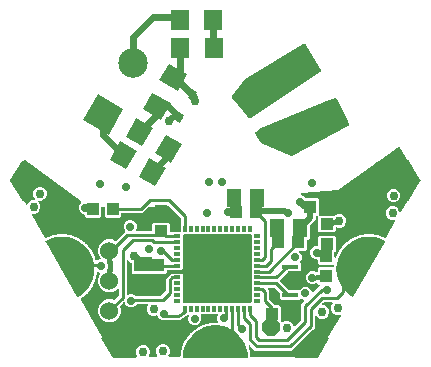
<source format=gbr>
G04 EAGLE Gerber RS-274X export*
G75*
%MOMM*%
%FSLAX34Y34*%
%LPD*%
%INBottom Copper*%
%IPPOS*%
%AMOC8*
5,1,8,0,0,1.08239X$1,22.5*%
G01*
%ADD10R,1.100000X1.000000*%
%ADD11R,1.300000X1.500000*%
%ADD12R,1.000000X1.100000*%
%ADD13R,1.399997X0.400000*%
%ADD14R,1.500000X1.300000*%
%ADD15C,1.000000*%
%ADD16C,1.524000*%
%ADD17P,1.649562X8X22.500000*%
%ADD18R,0.550000X0.297181*%
%ADD19R,0.297181X0.550000*%
%ADD20R,5.600000X5.600000*%
%ADD21R,2.500000X2.500000*%
%ADD22C,2.500000*%
%ADD23R,0.800000X0.500000*%
%ADD24R,1.600000X1.803000*%
%ADD25R,1.800000X3.200000*%
%ADD26C,0.254000*%
%ADD27C,0.756400*%
%ADD28C,0.706400*%
%ADD29C,0.292100*%
%ADD30C,0.406400*%
%ADD31C,0.508000*%
%ADD32C,0.609600*%
%ADD33C,0.299719*%

G36*
X85606Y54447D02*
X85606Y54447D01*
X85684Y54444D01*
X85728Y54457D01*
X85773Y54460D01*
X85845Y54491D01*
X85920Y54512D01*
X85958Y54538D01*
X86000Y54556D01*
X86106Y54642D01*
X86122Y54652D01*
X86125Y54657D01*
X86131Y54661D01*
X91162Y59693D01*
X91174Y59709D01*
X91189Y59721D01*
X91245Y59808D01*
X91306Y59892D01*
X91311Y59911D01*
X91322Y59928D01*
X91347Y60029D01*
X91378Y60127D01*
X91377Y60147D01*
X91382Y60167D01*
X91374Y60270D01*
X91372Y60373D01*
X91365Y60392D01*
X91363Y60412D01*
X91323Y60507D01*
X91287Y60604D01*
X91275Y60620D01*
X91267Y60638D01*
X91162Y60769D01*
X89580Y62352D01*
X89563Y62363D01*
X89551Y62379D01*
X89464Y62435D01*
X89380Y62495D01*
X89361Y62501D01*
X89344Y62512D01*
X89244Y62537D01*
X89145Y62567D01*
X89125Y62567D01*
X89105Y62572D01*
X89002Y62564D01*
X88899Y62561D01*
X88880Y62554D01*
X88860Y62553D01*
X88765Y62512D01*
X88668Y62477D01*
X88652Y62464D01*
X88634Y62456D01*
X88503Y62351D01*
X88444Y62293D01*
X86392Y61443D01*
X84171Y61443D01*
X82119Y62293D01*
X80549Y63863D01*
X79699Y65915D01*
X79699Y68136D01*
X80549Y70188D01*
X82119Y71758D01*
X84171Y72608D01*
X86392Y72608D01*
X88511Y71731D01*
X88571Y71688D01*
X88586Y71683D01*
X88600Y71674D01*
X88704Y71647D01*
X88806Y71615D01*
X88822Y71616D01*
X88838Y71612D01*
X89006Y71614D01*
X89122Y71629D01*
X89213Y71656D01*
X89305Y71676D01*
X89330Y71691D01*
X89357Y71699D01*
X89435Y71754D01*
X89516Y71802D01*
X89535Y71824D01*
X89558Y71841D01*
X89615Y71917D01*
X89676Y71989D01*
X89687Y72016D01*
X89704Y72039D01*
X89733Y72129D01*
X89768Y72217D01*
X89772Y72253D01*
X89779Y72273D01*
X89778Y72306D01*
X89787Y72384D01*
X89787Y74843D01*
X90988Y76044D01*
X102932Y76044D01*
X103045Y76063D01*
X103158Y76079D01*
X103166Y76083D01*
X103175Y76084D01*
X103276Y76138D01*
X103378Y76189D01*
X103384Y76195D01*
X103392Y76199D01*
X103470Y76282D01*
X103552Y76364D01*
X103556Y76371D01*
X103562Y76378D01*
X103610Y76481D01*
X103660Y76584D01*
X103662Y76595D01*
X103665Y76601D01*
X103668Y76623D01*
X103691Y76749D01*
X103719Y77125D01*
X103715Y77173D01*
X103720Y77221D01*
X103704Y77295D01*
X103698Y77370D01*
X103678Y77414D01*
X103668Y77462D01*
X103629Y77526D01*
X103599Y77595D01*
X103567Y77631D01*
X103542Y77673D01*
X103484Y77722D01*
X103434Y77778D01*
X103392Y77801D01*
X103355Y77833D01*
X103285Y77861D01*
X103219Y77898D01*
X103172Y77906D01*
X103127Y77925D01*
X103000Y77939D01*
X102977Y77943D01*
X102970Y77942D01*
X102960Y77943D01*
X90988Y77943D01*
X89787Y79144D01*
X89787Y81792D01*
X89784Y81811D01*
X89786Y81831D01*
X89764Y81932D01*
X89747Y82034D01*
X89738Y82052D01*
X89733Y82071D01*
X89680Y82160D01*
X89632Y82252D01*
X89618Y82265D01*
X89607Y82282D01*
X89529Y82350D01*
X89454Y82421D01*
X89436Y82429D01*
X89420Y82442D01*
X89324Y82481D01*
X89231Y82525D01*
X89211Y82527D01*
X89192Y82534D01*
X89026Y82553D01*
X87790Y82553D01*
X85738Y83403D01*
X84167Y84973D01*
X83317Y87025D01*
X83317Y89246D01*
X84167Y91298D01*
X85738Y92868D01*
X87790Y93718D01*
X89319Y93718D01*
X89339Y93721D01*
X89359Y93719D01*
X89460Y93741D01*
X89562Y93758D01*
X89580Y93767D01*
X89599Y93772D01*
X89688Y93825D01*
X89779Y93873D01*
X89793Y93887D01*
X89810Y93898D01*
X89878Y93976D01*
X89949Y94051D01*
X89957Y94069D01*
X89970Y94085D01*
X90009Y94181D01*
X90052Y94274D01*
X90055Y94294D01*
X90062Y94313D01*
X90081Y94479D01*
X90081Y101331D01*
X91282Y102532D01*
X103981Y102532D01*
X105182Y101331D01*
X105182Y89632D01*
X104111Y88561D01*
X104058Y88487D01*
X103999Y88418D01*
X103986Y88387D01*
X103968Y88361D01*
X103941Y88274D01*
X103907Y88189D01*
X103902Y88149D01*
X103895Y88126D01*
X103896Y88094D01*
X103888Y88023D01*
X103888Y84601D01*
X103905Y84498D01*
X103917Y84394D01*
X103925Y84376D01*
X103928Y84358D01*
X103977Y84266D01*
X104021Y84171D01*
X104034Y84157D01*
X104043Y84140D01*
X104119Y84069D01*
X104191Y83993D01*
X104208Y83984D01*
X104221Y83971D01*
X104316Y83927D01*
X104409Y83878D01*
X104427Y83875D01*
X104444Y83867D01*
X104548Y83856D01*
X104652Y83839D01*
X104670Y83842D01*
X104689Y83840D01*
X104791Y83863D01*
X104894Y83880D01*
X104911Y83889D01*
X104929Y83893D01*
X105019Y83946D01*
X105111Y83995D01*
X105124Y84009D01*
X105140Y84019D01*
X105208Y84098D01*
X105280Y84174D01*
X105291Y84195D01*
X105300Y84206D01*
X105312Y84235D01*
X105358Y84323D01*
X105959Y85855D01*
X105966Y85889D01*
X105981Y85920D01*
X105992Y86009D01*
X106011Y86096D01*
X106007Y86130D01*
X106011Y86164D01*
X105991Y86293D01*
X106398Y86998D01*
X106410Y87029D01*
X106448Y87101D01*
X106745Y87860D01*
X106774Y87870D01*
X106844Y87925D01*
X106919Y87973D01*
X106940Y88001D01*
X106967Y88022D01*
X107067Y88157D01*
X107995Y89767D01*
X108007Y89799D01*
X108027Y89828D01*
X108051Y89913D01*
X108082Y89997D01*
X108083Y90031D01*
X108093Y90065D01*
X108092Y90195D01*
X108600Y90832D01*
X108616Y90860D01*
X108641Y90895D01*
X108648Y90902D01*
X108650Y90907D01*
X108664Y90926D01*
X109072Y91632D01*
X109101Y91638D01*
X109179Y91682D01*
X109260Y91718D01*
X109285Y91742D01*
X109315Y91759D01*
X109434Y91878D01*
X110592Y93331D01*
X110609Y93361D01*
X110632Y93387D01*
X110669Y93468D01*
X110712Y93546D01*
X110718Y93580D01*
X110733Y93611D01*
X110752Y93740D01*
X111348Y94294D01*
X111368Y94320D01*
X111426Y94377D01*
X111934Y95015D01*
X111964Y95017D01*
X112047Y95048D01*
X112133Y95072D01*
X112162Y95092D01*
X112194Y95104D01*
X112329Y95204D01*
X113690Y96469D01*
X113712Y96496D01*
X113739Y96518D01*
X113787Y96593D01*
X113841Y96663D01*
X113853Y96696D01*
X113871Y96725D01*
X113909Y96849D01*
X114582Y97308D01*
X114606Y97331D01*
X114671Y97379D01*
X115269Y97934D01*
X115299Y97931D01*
X115386Y97950D01*
X115474Y97961D01*
X115505Y97976D01*
X115539Y97983D01*
X115687Y98062D01*
X117222Y99109D01*
X117247Y99133D01*
X117277Y99151D01*
X117336Y99217D01*
X117400Y99279D01*
X117416Y99310D01*
X117439Y99336D01*
X117496Y99453D01*
X118229Y99806D01*
X118256Y99825D01*
X118328Y99863D01*
X119001Y100323D01*
X119031Y100315D01*
X119119Y100321D01*
X119208Y100319D01*
X119241Y100329D01*
X119276Y100332D01*
X119434Y100387D01*
X121108Y101194D01*
X121136Y101214D01*
X121169Y101227D01*
X121237Y101284D01*
X121309Y101335D01*
X121330Y101363D01*
X121356Y101385D01*
X121430Y101493D01*
X122207Y101733D01*
X122237Y101748D01*
X122313Y101775D01*
X123048Y102129D01*
X123076Y102117D01*
X123165Y102110D01*
X123252Y102094D01*
X123287Y102099D01*
X123321Y102097D01*
X123486Y102128D01*
X125261Y102676D01*
X125292Y102692D01*
X125326Y102700D01*
X125402Y102746D01*
X125481Y102786D01*
X125506Y102810D01*
X125535Y102829D01*
X125624Y102924D01*
X126429Y103046D01*
X126460Y103056D01*
X126540Y103071D01*
X127319Y103312D01*
X127345Y103296D01*
X127431Y103275D01*
X127516Y103247D01*
X127551Y103247D01*
X127584Y103239D01*
X127752Y103246D01*
X129589Y103523D01*
X129622Y103534D01*
X129657Y103537D01*
X129738Y103571D01*
X129823Y103599D01*
X129851Y103619D01*
X129883Y103633D01*
X129984Y103714D01*
X130799Y103714D01*
X130831Y103720D01*
X130912Y103723D01*
X131719Y103845D01*
X131742Y103825D01*
X131824Y103792D01*
X131903Y103751D01*
X131938Y103746D01*
X131970Y103733D01*
X132137Y103715D01*
X133995Y103715D01*
X134029Y103721D01*
X134063Y103719D01*
X134150Y103741D01*
X134237Y103755D01*
X134268Y103772D01*
X134301Y103780D01*
X134414Y103845D01*
X135219Y103724D01*
X135252Y103725D01*
X135333Y103716D01*
X136148Y103716D01*
X136168Y103693D01*
X136245Y103648D01*
X136317Y103596D01*
X136350Y103586D01*
X136380Y103568D01*
X136542Y103525D01*
X138380Y103249D01*
X138414Y103249D01*
X138448Y103242D01*
X138537Y103251D01*
X138626Y103252D01*
X138658Y103264D01*
X138693Y103267D01*
X138814Y103315D01*
X139592Y103075D01*
X139625Y103071D01*
X139703Y103050D01*
X140510Y102929D01*
X140526Y102903D01*
X140595Y102847D01*
X140659Y102785D01*
X140690Y102770D01*
X140717Y102748D01*
X140871Y102681D01*
X142646Y102134D01*
X142680Y102130D01*
X142713Y102117D01*
X142802Y102113D01*
X142890Y102101D01*
X142924Y102107D01*
X142958Y102106D01*
X143085Y102135D01*
X143819Y101782D01*
X143851Y101772D01*
X143925Y101740D01*
X144705Y101500D01*
X144717Y101472D01*
X144777Y101407D01*
X144830Y101336D01*
X144859Y101316D01*
X144882Y101291D01*
X145025Y101202D01*
X146543Y100471D01*
X146652Y100439D01*
X146762Y100404D01*
X146771Y100404D01*
X146779Y100402D01*
X146893Y100406D01*
X147008Y100408D01*
X147016Y100411D01*
X147025Y100411D01*
X147132Y100452D01*
X147239Y100490D01*
X147246Y100495D01*
X147255Y100498D01*
X147343Y100571D01*
X147433Y100641D01*
X147440Y100650D01*
X147445Y100654D01*
X147457Y100674D01*
X147533Y100776D01*
X155524Y114618D01*
X155567Y114734D01*
X155610Y114844D01*
X155610Y114846D01*
X155611Y114848D01*
X155615Y114968D01*
X155620Y115090D01*
X155620Y115092D01*
X155620Y115094D01*
X155586Y115206D01*
X155552Y115326D01*
X155550Y115328D01*
X155550Y115330D01*
X155480Y115429D01*
X155411Y115528D01*
X155410Y115529D01*
X155409Y115531D01*
X155310Y115603D01*
X155214Y115675D01*
X155212Y115675D01*
X155210Y115677D01*
X155094Y115714D01*
X154980Y115751D01*
X154978Y115751D01*
X154976Y115752D01*
X154854Y115750D01*
X154734Y115749D01*
X154732Y115748D01*
X154730Y115748D01*
X154723Y115745D01*
X154573Y115702D01*
X154354Y115611D01*
X152034Y115611D01*
X149890Y116499D01*
X148249Y118140D01*
X147361Y120284D01*
X147361Y122604D01*
X148249Y124748D01*
X149890Y126388D01*
X152034Y127276D01*
X154354Y127276D01*
X156498Y126388D01*
X158138Y124748D01*
X158899Y122913D01*
X158910Y122894D01*
X158916Y122873D01*
X158975Y122790D01*
X159028Y122704D01*
X159045Y122690D01*
X159058Y122672D01*
X159139Y122612D01*
X159218Y122547D01*
X159238Y122539D01*
X159256Y122526D01*
X159353Y122495D01*
X159447Y122459D01*
X159469Y122458D01*
X159490Y122451D01*
X159592Y122453D01*
X159693Y122448D01*
X159714Y122455D01*
X159736Y122455D01*
X159832Y122489D01*
X159929Y122517D01*
X159947Y122529D01*
X159968Y122537D01*
X160048Y122599D01*
X160131Y122657D01*
X160144Y122675D01*
X160162Y122688D01*
X160261Y122824D01*
X165983Y132734D01*
X166591Y132314D01*
X166618Y132303D01*
X166640Y132284D01*
X166709Y132264D01*
X166774Y132236D01*
X166803Y132236D01*
X166831Y132228D01*
X166902Y132236D01*
X166973Y132236D01*
X167000Y132247D01*
X167029Y132250D01*
X167091Y132285D01*
X167156Y132313D01*
X167177Y132333D01*
X167202Y132348D01*
X167265Y132425D01*
X167295Y132455D01*
X167299Y132465D01*
X167308Y132476D01*
X176808Y148976D01*
X176818Y149008D01*
X176827Y149021D01*
X176831Y149045D01*
X176832Y149049D01*
X176863Y149119D01*
X176863Y149143D01*
X176871Y149165D01*
X176865Y149241D01*
X176866Y149318D01*
X176856Y149342D01*
X176855Y149363D01*
X176834Y149402D01*
X176808Y149474D01*
X167308Y165974D01*
X167289Y165996D01*
X167276Y166022D01*
X167223Y166070D01*
X167176Y166123D01*
X167150Y166136D01*
X167129Y166155D01*
X167061Y166178D01*
X166997Y166209D01*
X166968Y166211D01*
X166941Y166220D01*
X166869Y166215D01*
X166798Y166218D01*
X166771Y166208D01*
X166742Y166206D01*
X166652Y166164D01*
X166612Y166149D01*
X166604Y166142D01*
X166591Y166136D01*
X165983Y165716D01*
X159544Y176869D01*
X159541Y176872D01*
X159540Y176876D01*
X159464Y176966D01*
X159388Y177059D01*
X159384Y177061D01*
X159382Y177065D01*
X159282Y177126D01*
X159180Y177190D01*
X159175Y177191D01*
X159172Y177193D01*
X159057Y177219D01*
X158941Y177247D01*
X158936Y177247D01*
X158932Y177248D01*
X158764Y177240D01*
X157042Y176964D01*
X156982Y176944D01*
X156920Y176934D01*
X156866Y176906D01*
X156809Y176887D01*
X156758Y176849D01*
X156702Y176819D01*
X156661Y176775D01*
X156612Y176739D01*
X156577Y176686D01*
X156533Y176641D01*
X156508Y176586D01*
X156473Y176536D01*
X156456Y176475D01*
X156429Y176418D01*
X156423Y176357D01*
X156406Y176299D01*
X156409Y176236D01*
X156402Y176173D01*
X156415Y176114D01*
X156418Y176061D01*
X106884Y141233D01*
X76115Y138393D01*
X76054Y138377D01*
X75992Y138371D01*
X75936Y138346D01*
X75877Y138331D01*
X75824Y138297D01*
X75767Y138271D01*
X75722Y138230D01*
X75671Y138196D01*
X75632Y138147D01*
X75586Y138105D01*
X75557Y138051D01*
X75519Y138003D01*
X75498Y137944D01*
X75467Y137889D01*
X75457Y137829D01*
X75436Y137772D01*
X75435Y137709D01*
X75424Y137647D01*
X75433Y137587D01*
X75432Y137526D01*
X75450Y137466D01*
X75460Y137404D01*
X75487Y137349D01*
X75506Y137291D01*
X75543Y137241D01*
X75571Y137185D01*
X75615Y137142D01*
X75651Y137093D01*
X75702Y137056D01*
X75747Y137012D01*
X75825Y136969D01*
X75852Y136950D01*
X75868Y136945D01*
X75894Y136932D01*
X77775Y136152D01*
X79153Y134774D01*
X79227Y134721D01*
X79297Y134661D01*
X79327Y134649D01*
X79353Y134630D01*
X79440Y134603D01*
X79525Y134569D01*
X79566Y134565D01*
X79588Y134558D01*
X79620Y134559D01*
X79692Y134551D01*
X89424Y134551D01*
X90626Y133349D01*
X90626Y120528D01*
X90612Y120498D01*
X90606Y120447D01*
X90591Y120397D01*
X90593Y120325D01*
X90585Y120254D01*
X90596Y120203D01*
X90597Y120151D01*
X90622Y120084D01*
X90637Y120013D01*
X90664Y119969D01*
X90681Y119920D01*
X90726Y119864D01*
X90763Y119802D01*
X90803Y119769D01*
X90835Y119728D01*
X90895Y119689D01*
X90950Y119642D01*
X90998Y119623D01*
X91042Y119595D01*
X91111Y119577D01*
X91178Y119550D01*
X91249Y119543D01*
X91280Y119535D01*
X91304Y119537D01*
X91345Y119532D01*
X103824Y119532D01*
X103914Y119547D01*
X104005Y119554D01*
X104035Y119566D01*
X104067Y119572D01*
X104148Y119614D01*
X104231Y119650D01*
X104264Y119676D01*
X104284Y119687D01*
X104306Y119710D01*
X104362Y119755D01*
X104646Y120038D01*
X106790Y120926D01*
X109110Y120926D01*
X111254Y120038D01*
X112895Y118398D01*
X113783Y116254D01*
X113783Y113934D01*
X112895Y111790D01*
X111254Y110149D01*
X109110Y109261D01*
X106790Y109261D01*
X106235Y109491D01*
X106190Y109501D01*
X106148Y109521D01*
X106071Y109529D01*
X105995Y109547D01*
X105949Y109543D01*
X105904Y109548D01*
X105828Y109531D01*
X105750Y109524D01*
X105708Y109505D01*
X105663Y109496D01*
X105597Y109456D01*
X105525Y109424D01*
X105492Y109393D01*
X105452Y109369D01*
X105402Y109310D01*
X105344Y109258D01*
X105322Y109217D01*
X105292Y109183D01*
X105263Y109110D01*
X105226Y109042D01*
X105218Y108997D01*
X105200Y108954D01*
X105185Y108818D01*
X105182Y108800D01*
X105183Y108795D01*
X105182Y108788D01*
X105182Y106632D01*
X103981Y105431D01*
X91282Y105431D01*
X90081Y106632D01*
X90081Y118453D01*
X90094Y118483D01*
X90100Y118535D01*
X90115Y118584D01*
X90114Y118656D01*
X90122Y118727D01*
X90111Y118778D01*
X90109Y118830D01*
X90085Y118898D01*
X90069Y118968D01*
X90043Y119012D01*
X90025Y119061D01*
X89980Y119117D01*
X89943Y119179D01*
X89904Y119213D01*
X89871Y119253D01*
X89811Y119292D01*
X89756Y119339D01*
X89708Y119358D01*
X89664Y119386D01*
X89595Y119404D01*
X89528Y119431D01*
X89457Y119439D01*
X89426Y119447D01*
X89402Y119445D01*
X89361Y119449D01*
X88927Y119449D01*
X88907Y119446D01*
X88888Y119448D01*
X88786Y119426D01*
X88684Y119410D01*
X88667Y119400D01*
X88647Y119396D01*
X88558Y119343D01*
X88467Y119294D01*
X88453Y119280D01*
X88436Y119270D01*
X88369Y119191D01*
X88297Y119116D01*
X88289Y119098D01*
X88276Y119083D01*
X88237Y118987D01*
X88194Y118893D01*
X88192Y118873D01*
X88184Y118855D01*
X88166Y118688D01*
X88166Y115830D01*
X85254Y112918D01*
X83361Y111025D01*
X83308Y110951D01*
X83249Y110882D01*
X83237Y110852D01*
X83218Y110825D01*
X83191Y110738D01*
X83157Y110654D01*
X83152Y110613D01*
X83145Y110590D01*
X83146Y110558D01*
X83138Y110487D01*
X83138Y100394D01*
X81937Y99193D01*
X81106Y99193D01*
X81086Y99190D01*
X81066Y99192D01*
X80965Y99170D01*
X80863Y99153D01*
X80845Y99144D01*
X80826Y99140D01*
X80737Y99087D01*
X80646Y99038D01*
X80632Y99024D01*
X80615Y99014D01*
X80547Y98935D01*
X80476Y98860D01*
X80468Y98842D01*
X80455Y98827D01*
X80416Y98730D01*
X80373Y98637D01*
X80370Y98617D01*
X80363Y98598D01*
X80344Y98432D01*
X80344Y90988D01*
X79143Y89787D01*
X74727Y89787D01*
X74657Y89775D01*
X74585Y89773D01*
X74536Y89755D01*
X74485Y89747D01*
X74421Y89713D01*
X74354Y89689D01*
X74313Y89656D01*
X74267Y89632D01*
X74218Y89580D01*
X74162Y89535D01*
X74134Y89491D01*
X74098Y89454D01*
X74068Y89389D01*
X74029Y89328D01*
X74016Y89278D01*
X73994Y89231D01*
X73986Y89159D01*
X73969Y89090D01*
X73973Y89038D01*
X73967Y88986D01*
X73982Y88916D01*
X73988Y88845D01*
X74008Y88797D01*
X74019Y88746D01*
X74056Y88684D01*
X74084Y88618D01*
X74129Y88562D01*
X74146Y88535D01*
X74163Y88519D01*
X74189Y88487D01*
X75377Y87300D01*
X76226Y85248D01*
X76226Y83027D01*
X75377Y80975D01*
X75173Y80772D01*
X75162Y80756D01*
X75146Y80743D01*
X75090Y80656D01*
X75030Y80572D01*
X75024Y80553D01*
X75013Y80536D01*
X74988Y80436D01*
X74958Y80337D01*
X74958Y80317D01*
X74953Y80298D01*
X74961Y80195D01*
X74964Y80091D01*
X74971Y80072D01*
X74972Y80053D01*
X75013Y79958D01*
X75048Y79860D01*
X75061Y79845D01*
X75069Y79826D01*
X75173Y79695D01*
X75726Y79143D01*
X75726Y73444D01*
X74524Y72243D01*
X65170Y72243D01*
X65080Y72228D01*
X64989Y72221D01*
X64959Y72208D01*
X64927Y72203D01*
X64847Y72161D01*
X64763Y72125D01*
X64731Y72099D01*
X64710Y72088D01*
X64688Y72065D01*
X64632Y72020D01*
X58491Y65879D01*
X57668Y65056D01*
X57656Y65040D01*
X57640Y65027D01*
X57584Y64940D01*
X57524Y64856D01*
X57518Y64837D01*
X57507Y64820D01*
X57482Y64720D01*
X57452Y64621D01*
X57452Y64601D01*
X57447Y64582D01*
X57455Y64479D01*
X57458Y64375D01*
X57465Y64356D01*
X57466Y64337D01*
X57507Y64242D01*
X57543Y64144D01*
X57555Y64128D01*
X57563Y64110D01*
X57668Y63979D01*
X65079Y56567D01*
X65153Y56514D01*
X65223Y56455D01*
X65253Y56443D01*
X65279Y56424D01*
X65366Y56397D01*
X65451Y56363D01*
X65492Y56358D01*
X65514Y56352D01*
X65546Y56352D01*
X65618Y56345D01*
X73947Y56345D01*
X74062Y56363D01*
X74178Y56380D01*
X74184Y56383D01*
X74190Y56384D01*
X74292Y56438D01*
X74397Y56492D01*
X74402Y56496D01*
X74407Y56499D01*
X74488Y56584D01*
X74570Y56668D01*
X74573Y56674D01*
X74577Y56678D01*
X74585Y56695D01*
X74636Y56788D01*
X76213Y58365D01*
X78265Y59215D01*
X80485Y59215D01*
X82537Y58365D01*
X84108Y56794D01*
X84889Y54908D01*
X84913Y54869D01*
X84929Y54826D01*
X84978Y54765D01*
X85019Y54699D01*
X85054Y54670D01*
X85083Y54634D01*
X85148Y54592D01*
X85208Y54542D01*
X85251Y54526D01*
X85290Y54501D01*
X85365Y54482D01*
X85438Y54454D01*
X85484Y54452D01*
X85528Y54441D01*
X85606Y54447D01*
G37*
G36*
X33020Y45616D02*
X33020Y45616D01*
X33040Y45614D01*
X33141Y45636D01*
X33243Y45653D01*
X33261Y45662D01*
X33280Y45667D01*
X33369Y45720D01*
X33461Y45768D01*
X33474Y45782D01*
X33491Y45793D01*
X33559Y45871D01*
X33630Y45946D01*
X33638Y45964D01*
X33651Y45980D01*
X33690Y46076D01*
X33734Y46169D01*
X33736Y46189D01*
X33743Y46208D01*
X33762Y46374D01*
X33762Y102851D01*
X33759Y102870D01*
X33761Y102890D01*
X33739Y102991D01*
X33722Y103093D01*
X33713Y103111D01*
X33708Y103130D01*
X33655Y103219D01*
X33607Y103311D01*
X33593Y103324D01*
X33582Y103341D01*
X33504Y103409D01*
X33429Y103480D01*
X33411Y103488D01*
X33395Y103501D01*
X33299Y103540D01*
X33206Y103584D01*
X33186Y103586D01*
X33167Y103593D01*
X33001Y103612D01*
X-23476Y103612D01*
X-23495Y103609D01*
X-23515Y103611D01*
X-23616Y103589D01*
X-23718Y103572D01*
X-23736Y103563D01*
X-23755Y103558D01*
X-23844Y103505D01*
X-23936Y103457D01*
X-23949Y103443D01*
X-23966Y103432D01*
X-24034Y103354D01*
X-24105Y103279D01*
X-24113Y103261D01*
X-24126Y103245D01*
X-24165Y103149D01*
X-24209Y103056D01*
X-24211Y103036D01*
X-24218Y103017D01*
X-24237Y102851D01*
X-24237Y74778D01*
X-25438Y73577D01*
X-32794Y73577D01*
X-32811Y73584D01*
X-32852Y73588D01*
X-32874Y73595D01*
X-32906Y73594D01*
X-32978Y73602D01*
X-37432Y73602D01*
X-37451Y73599D01*
X-37471Y73601D01*
X-37572Y73579D01*
X-37675Y73563D01*
X-37692Y73553D01*
X-37712Y73549D01*
X-37801Y73496D01*
X-37892Y73447D01*
X-37906Y73433D01*
X-37923Y73423D01*
X-37990Y73344D01*
X-38061Y73269D01*
X-38070Y73251D01*
X-38083Y73236D01*
X-38121Y73140D01*
X-38165Y73046D01*
X-38167Y73026D01*
X-38175Y73008D01*
X-38193Y72841D01*
X-38193Y71207D01*
X-39394Y70006D01*
X-66293Y70006D01*
X-67494Y71207D01*
X-67494Y78926D01*
X-67513Y79041D01*
X-67530Y79157D01*
X-67533Y79163D01*
X-67534Y79169D01*
X-67589Y79272D01*
X-67642Y79376D01*
X-67646Y79381D01*
X-67649Y79386D01*
X-67733Y79466D01*
X-67817Y79549D01*
X-67824Y79552D01*
X-67828Y79556D01*
X-67844Y79564D01*
X-67964Y79630D01*
X-69185Y80135D01*
X-70786Y81736D01*
X-70844Y81778D01*
X-70896Y81827D01*
X-70943Y81849D01*
X-70986Y81880D01*
X-71054Y81901D01*
X-71119Y81931D01*
X-71171Y81937D01*
X-71221Y81952D01*
X-71293Y81950D01*
X-71364Y81958D01*
X-71415Y81947D01*
X-71467Y81946D01*
X-71534Y81921D01*
X-71604Y81906D01*
X-71649Y81879D01*
X-71698Y81861D01*
X-71754Y81816D01*
X-71815Y81780D01*
X-71849Y81740D01*
X-71890Y81707D01*
X-71928Y81647D01*
X-71975Y81593D01*
X-71995Y81544D01*
X-72023Y81500D01*
X-72040Y81431D01*
X-72067Y81364D01*
X-72075Y81293D01*
X-72083Y81262D01*
X-72081Y81239D01*
X-72086Y81198D01*
X-72086Y53073D01*
X-72078Y53027D01*
X-72080Y52982D01*
X-72058Y52907D01*
X-72046Y52830D01*
X-72024Y52789D01*
X-72012Y52745D01*
X-71967Y52681D01*
X-71931Y52613D01*
X-71897Y52581D01*
X-71871Y52543D01*
X-71809Y52497D01*
X-71752Y52443D01*
X-71711Y52424D01*
X-71674Y52396D01*
X-71600Y52372D01*
X-71529Y52340D01*
X-71484Y52334D01*
X-71440Y52320D01*
X-71362Y52321D01*
X-71285Y52312D01*
X-71240Y52322D01*
X-71194Y52323D01*
X-71063Y52361D01*
X-71044Y52365D01*
X-71040Y52367D01*
X-71033Y52369D01*
X-69373Y53057D01*
X-67152Y53057D01*
X-65100Y52207D01*
X-64895Y52002D01*
X-64821Y51949D01*
X-64752Y51890D01*
X-64722Y51878D01*
X-64696Y51859D01*
X-64608Y51832D01*
X-64524Y51798D01*
X-64483Y51793D01*
X-64461Y51786D01*
X-64428Y51787D01*
X-64357Y51779D01*
X-43043Y51779D01*
X-42953Y51794D01*
X-42862Y51801D01*
X-42833Y51814D01*
X-42801Y51819D01*
X-42720Y51862D01*
X-42636Y51897D01*
X-42604Y51923D01*
X-42583Y51934D01*
X-42561Y51957D01*
X-42505Y52002D01*
X-39032Y55475D01*
X-38979Y55549D01*
X-38920Y55618D01*
X-38907Y55649D01*
X-38889Y55675D01*
X-38862Y55762D01*
X-38828Y55847D01*
X-38823Y55888D01*
X-38816Y55910D01*
X-38817Y55942D01*
X-38809Y56013D01*
X-38809Y66504D01*
X-34691Y70622D01*
X-32978Y70622D01*
X-32888Y70636D01*
X-32797Y70644D01*
X-32788Y70647D01*
X-25438Y70647D01*
X-24237Y69446D01*
X-24237Y46374D01*
X-24234Y46355D01*
X-24236Y46335D01*
X-24214Y46234D01*
X-24197Y46132D01*
X-24188Y46114D01*
X-24183Y46095D01*
X-24130Y46006D01*
X-24082Y45914D01*
X-24068Y45901D01*
X-24057Y45884D01*
X-23979Y45816D01*
X-23904Y45745D01*
X-23886Y45737D01*
X-23870Y45724D01*
X-23774Y45685D01*
X-23681Y45641D01*
X-23661Y45639D01*
X-23642Y45632D01*
X-23476Y45613D01*
X33001Y45613D01*
X33020Y45616D01*
G37*
G36*
X-97372Y81499D02*
X-97372Y81499D01*
X-97302Y81494D01*
X-97250Y81508D01*
X-97197Y81512D01*
X-97132Y81540D01*
X-97064Y81558D01*
X-97020Y81588D01*
X-96971Y81609D01*
X-96926Y81645D01*
X-94844Y82508D01*
X-94776Y82519D01*
X-94704Y82521D01*
X-94655Y82539D01*
X-94604Y82547D01*
X-94540Y82580D01*
X-94473Y82605D01*
X-94432Y82638D01*
X-94386Y82662D01*
X-94337Y82714D01*
X-94281Y82759D01*
X-94253Y82803D01*
X-94217Y82840D01*
X-94187Y82905D01*
X-94148Y82966D01*
X-94135Y83016D01*
X-94113Y83063D01*
X-94105Y83135D01*
X-94088Y83204D01*
X-94092Y83256D01*
X-94086Y83308D01*
X-94102Y83378D01*
X-94107Y83449D01*
X-94127Y83497D01*
X-94139Y83548D01*
X-94175Y83610D01*
X-94203Y83676D01*
X-94248Y83732D01*
X-94265Y83759D01*
X-94282Y83775D01*
X-94308Y83807D01*
X-94717Y84216D01*
X-96189Y87770D01*
X-96189Y91617D01*
X-94717Y95172D01*
X-91997Y97892D01*
X-88442Y99364D01*
X-84595Y99364D01*
X-81785Y98201D01*
X-81672Y98174D01*
X-81558Y98145D01*
X-81552Y98146D01*
X-81546Y98144D01*
X-81429Y98155D01*
X-81313Y98164D01*
X-81307Y98167D01*
X-81301Y98168D01*
X-81193Y98215D01*
X-81087Y98261D01*
X-81081Y98265D01*
X-81076Y98268D01*
X-81062Y98280D01*
X-80956Y98366D01*
X-73597Y105724D01*
X-73585Y105740D01*
X-73570Y105753D01*
X-73514Y105840D01*
X-73454Y105924D01*
X-73448Y105943D01*
X-73437Y105960D01*
X-73412Y106060D01*
X-73381Y106159D01*
X-73382Y106179D01*
X-73377Y106198D01*
X-73385Y106301D01*
X-73388Y106405D01*
X-73394Y106424D01*
X-73396Y106444D01*
X-73436Y106538D01*
X-73472Y106636D01*
X-73484Y106652D01*
X-73492Y106670D01*
X-73597Y106801D01*
X-73789Y106993D01*
X-74639Y109045D01*
X-74639Y111266D01*
X-73789Y113318D01*
X-72219Y114888D01*
X-70167Y115738D01*
X-67946Y115738D01*
X-65894Y114888D01*
X-64323Y113318D01*
X-63474Y111266D01*
X-63474Y109045D01*
X-64040Y107676D01*
X-64051Y107632D01*
X-64070Y107590D01*
X-64079Y107513D01*
X-64096Y107437D01*
X-64092Y107391D01*
X-64097Y107346D01*
X-64081Y107270D01*
X-64073Y107192D01*
X-64055Y107150D01*
X-64045Y107105D01*
X-64005Y107038D01*
X-63973Y106967D01*
X-63942Y106934D01*
X-63919Y106894D01*
X-63860Y106844D01*
X-63807Y106786D01*
X-63767Y106764D01*
X-63732Y106734D01*
X-63660Y106705D01*
X-63591Y106668D01*
X-63546Y106659D01*
X-63504Y106642D01*
X-63368Y106627D01*
X-63349Y106624D01*
X-63344Y106625D01*
X-63337Y106624D01*
X-51174Y106624D01*
X-51155Y106627D01*
X-51135Y106625D01*
X-51034Y106647D01*
X-50932Y106664D01*
X-50914Y106673D01*
X-50895Y106677D01*
X-50806Y106730D01*
X-50714Y106779D01*
X-50701Y106793D01*
X-50684Y106803D01*
X-50616Y106882D01*
X-50545Y106957D01*
X-50537Y106975D01*
X-50524Y106990D01*
X-50485Y107086D01*
X-50441Y107180D01*
X-50439Y107200D01*
X-50432Y107218D01*
X-50413Y107385D01*
X-50413Y112443D01*
X-49212Y113644D01*
X-36513Y113644D01*
X-35312Y112443D01*
X-35312Y106201D01*
X-35309Y106182D01*
X-35311Y106162D01*
X-35289Y106061D01*
X-35272Y105959D01*
X-35263Y105941D01*
X-35258Y105922D01*
X-35205Y105833D01*
X-35157Y105741D01*
X-35143Y105728D01*
X-35132Y105711D01*
X-35054Y105643D01*
X-34979Y105572D01*
X-34961Y105564D01*
X-34945Y105551D01*
X-34849Y105512D01*
X-34756Y105468D01*
X-34736Y105466D01*
X-34717Y105459D01*
X-34551Y105440D01*
X-33168Y105440D01*
X-33078Y105455D01*
X-32987Y105462D01*
X-32957Y105475D01*
X-32925Y105480D01*
X-32845Y105523D01*
X-32761Y105558D01*
X-32729Y105584D01*
X-32708Y105595D01*
X-32686Y105618D01*
X-32639Y105656D01*
X-27042Y105656D01*
X-27023Y105659D01*
X-27003Y105657D01*
X-26902Y105679D01*
X-26800Y105696D01*
X-26782Y105705D01*
X-26763Y105709D01*
X-26674Y105763D01*
X-26582Y105811D01*
X-26569Y105825D01*
X-26551Y105836D01*
X-26484Y105914D01*
X-26413Y105989D01*
X-26405Y106007D01*
X-26392Y106023D01*
X-26353Y106119D01*
X-26309Y106212D01*
X-26307Y106232D01*
X-26300Y106251D01*
X-26281Y106417D01*
X-26281Y112015D01*
X-26235Y112079D01*
X-26176Y112148D01*
X-26163Y112178D01*
X-26145Y112205D01*
X-26118Y112292D01*
X-26084Y112376D01*
X-26079Y112417D01*
X-26072Y112440D01*
X-26073Y112472D01*
X-26065Y112543D01*
X-26065Y117097D01*
X-26080Y117188D01*
X-26087Y117278D01*
X-26100Y117308D01*
X-26105Y117340D01*
X-26148Y117421D01*
X-26183Y117505D01*
X-26209Y117537D01*
X-26220Y117558D01*
X-26243Y117580D01*
X-26288Y117636D01*
X-36385Y127732D01*
X-36387Y127734D01*
X-36389Y127736D01*
X-36488Y127807D01*
X-36585Y127876D01*
X-36587Y127877D01*
X-36590Y127878D01*
X-36705Y127913D01*
X-36820Y127948D01*
X-36823Y127948D01*
X-36825Y127949D01*
X-36993Y127952D01*
X-47660Y126968D01*
X-53196Y126968D01*
X-53286Y126953D01*
X-53377Y126946D01*
X-53407Y126933D01*
X-53439Y126928D01*
X-53519Y126885D01*
X-53603Y126849D01*
X-53635Y126824D01*
X-53656Y126813D01*
X-53678Y126789D01*
X-53734Y126745D01*
X-56219Y124260D01*
X-58387Y122092D01*
X-75763Y122092D01*
X-75783Y122089D01*
X-75802Y122091D01*
X-75904Y122069D01*
X-76006Y122052D01*
X-76023Y122043D01*
X-76043Y122038D01*
X-76132Y121985D01*
X-76223Y121937D01*
X-76237Y121923D01*
X-76254Y121912D01*
X-76321Y121834D01*
X-76393Y121759D01*
X-76401Y121741D01*
X-76414Y121725D01*
X-76453Y121629D01*
X-76496Y121536D01*
X-76498Y121516D01*
X-76506Y121497D01*
X-76524Y121331D01*
X-76524Y119063D01*
X-77726Y117862D01*
X-89424Y117862D01*
X-90626Y119063D01*
X-90626Y126206D01*
X-90629Y126226D01*
X-90627Y126246D01*
X-90649Y126347D01*
X-90665Y126449D01*
X-90675Y126467D01*
X-90679Y126486D01*
X-90732Y126575D01*
X-90781Y126666D01*
X-90795Y126680D01*
X-90805Y126697D01*
X-90884Y126765D01*
X-90959Y126836D01*
X-90977Y126844D01*
X-90992Y126857D01*
X-91088Y126896D01*
X-91182Y126939D01*
X-91202Y126942D01*
X-91220Y126949D01*
X-91387Y126968D01*
X-92763Y126968D01*
X-92783Y126964D01*
X-92802Y126966D01*
X-92904Y126944D01*
X-93006Y126928D01*
X-93023Y126918D01*
X-93043Y126914D01*
X-93132Y126861D01*
X-93223Y126813D01*
X-93237Y126798D01*
X-93254Y126788D01*
X-93321Y126709D01*
X-93393Y126634D01*
X-93401Y126616D01*
X-93414Y126601D01*
X-93453Y126505D01*
X-93496Y126411D01*
X-93498Y126392D01*
X-93506Y126373D01*
X-93524Y126206D01*
X-93524Y119063D01*
X-94726Y117862D01*
X-106424Y117862D01*
X-107626Y119063D01*
X-107626Y119862D01*
X-107629Y119882D01*
X-107627Y119902D01*
X-107649Y120003D01*
X-107665Y120105D01*
X-107675Y120123D01*
X-107679Y120142D01*
X-107732Y120231D01*
X-107781Y120322D01*
X-107795Y120336D01*
X-107805Y120353D01*
X-107884Y120421D01*
X-107959Y120492D01*
X-107977Y120500D01*
X-107992Y120513D01*
X-108088Y120552D01*
X-108182Y120595D01*
X-108202Y120598D01*
X-108220Y120605D01*
X-108223Y120605D01*
X-110319Y121473D01*
X-111889Y123044D01*
X-112739Y125096D01*
X-112739Y127317D01*
X-111889Y129369D01*
X-110765Y130493D01*
X-110720Y130555D01*
X-110668Y130611D01*
X-110649Y130654D01*
X-110621Y130693D01*
X-110599Y130766D01*
X-110567Y130835D01*
X-110563Y130883D01*
X-110549Y130928D01*
X-110551Y131004D01*
X-110543Y131080D01*
X-110554Y131126D01*
X-110555Y131174D01*
X-110581Y131246D01*
X-110599Y131320D01*
X-110623Y131360D01*
X-110640Y131405D01*
X-110687Y131464D01*
X-110727Y131529D01*
X-110774Y131573D01*
X-110793Y131597D01*
X-110815Y131611D01*
X-110850Y131643D01*
X-158144Y166600D01*
X-158200Y166628D01*
X-158251Y166666D01*
X-158309Y166684D01*
X-158363Y166712D01*
X-158425Y166721D01*
X-158485Y166741D01*
X-158546Y166740D01*
X-158606Y166749D01*
X-158668Y166738D01*
X-158731Y166737D01*
X-158789Y166717D01*
X-158849Y166706D01*
X-158904Y166676D01*
X-158963Y166655D01*
X-159011Y166617D01*
X-159065Y166588D01*
X-159107Y166542D01*
X-159157Y166503D01*
X-159209Y166432D01*
X-159232Y166408D01*
X-159239Y166392D01*
X-159256Y166368D01*
X-159633Y165716D01*
X-160241Y166136D01*
X-160268Y166147D01*
X-160290Y166166D01*
X-160359Y166186D01*
X-160424Y166214D01*
X-160453Y166214D01*
X-160481Y166222D01*
X-160552Y166214D01*
X-160623Y166215D01*
X-160650Y166203D01*
X-160679Y166200D01*
X-160741Y166165D01*
X-160806Y166137D01*
X-160827Y166117D01*
X-160852Y166102D01*
X-160915Y166025D01*
X-160945Y165995D01*
X-160949Y165985D01*
X-160958Y165974D01*
X-170458Y149474D01*
X-170482Y149401D01*
X-170513Y149331D01*
X-170513Y149307D01*
X-170521Y149285D01*
X-170515Y149209D01*
X-170516Y149132D01*
X-170506Y149108D01*
X-170505Y149087D01*
X-170484Y149048D01*
X-170465Y148996D01*
X-170464Y148990D01*
X-170462Y148988D01*
X-170458Y148976D01*
X-160958Y132476D01*
X-160939Y132454D01*
X-160926Y132428D01*
X-160873Y132380D01*
X-160826Y132327D01*
X-160800Y132314D01*
X-160779Y132295D01*
X-160711Y132272D01*
X-160647Y132241D01*
X-160618Y132240D01*
X-160591Y132230D01*
X-160519Y132235D01*
X-160448Y132232D01*
X-160421Y132242D01*
X-160392Y132244D01*
X-160302Y132286D01*
X-160262Y132301D01*
X-160254Y132308D01*
X-160241Y132314D01*
X-159633Y132734D01*
X-157562Y129147D01*
X-157548Y129130D01*
X-157539Y129110D01*
X-157471Y129036D01*
X-157406Y128957D01*
X-157388Y128945D01*
X-157373Y128929D01*
X-157284Y128880D01*
X-157198Y128826D01*
X-157176Y128821D01*
X-157157Y128810D01*
X-157057Y128792D01*
X-156959Y128769D01*
X-156937Y128771D01*
X-156915Y128767D01*
X-156815Y128781D01*
X-156714Y128790D01*
X-156694Y128799D01*
X-156672Y128802D01*
X-156581Y128848D01*
X-156488Y128889D01*
X-156472Y128904D01*
X-156453Y128914D01*
X-156382Y128986D01*
X-156306Y129055D01*
X-156296Y129074D01*
X-156280Y129090D01*
X-156199Y129237D01*
X-155757Y130304D01*
X-154117Y131945D01*
X-151973Y132833D01*
X-150063Y132833D01*
X-149992Y132844D01*
X-149921Y132846D01*
X-149872Y132864D01*
X-149820Y132872D01*
X-149757Y132906D01*
X-149690Y132931D01*
X-149649Y132963D01*
X-149603Y132988D01*
X-149554Y133040D01*
X-149498Y133084D01*
X-149469Y133128D01*
X-149434Y133166D01*
X-149403Y133231D01*
X-149365Y133291D01*
X-149352Y133342D01*
X-149330Y133389D01*
X-149322Y133460D01*
X-149304Y133530D01*
X-149309Y133582D01*
X-149303Y133633D01*
X-149318Y133704D01*
X-149324Y133775D01*
X-149344Y133823D01*
X-149355Y133874D01*
X-149392Y133935D01*
X-149420Y134001D01*
X-149465Y134057D01*
X-149481Y134085D01*
X-149499Y134100D01*
X-149525Y134132D01*
X-150201Y134808D01*
X-151089Y136952D01*
X-151089Y139273D01*
X-150201Y141417D01*
X-148560Y143057D01*
X-146416Y143945D01*
X-144096Y143945D01*
X-141952Y143057D01*
X-140312Y141417D01*
X-139424Y139273D01*
X-139424Y136952D01*
X-140312Y134808D01*
X-141952Y133168D01*
X-144096Y132280D01*
X-146006Y132280D01*
X-146076Y132268D01*
X-146148Y132266D01*
X-146197Y132248D01*
X-146248Y132240D01*
X-146312Y132206D01*
X-146379Y132182D01*
X-146420Y132149D01*
X-146466Y132125D01*
X-146515Y132073D01*
X-146571Y132028D01*
X-146599Y131984D01*
X-146635Y131947D01*
X-146665Y131882D01*
X-146704Y131821D01*
X-146717Y131771D01*
X-146739Y131724D01*
X-146747Y131652D01*
X-146764Y131583D01*
X-146760Y131531D01*
X-146766Y131479D01*
X-146751Y131409D01*
X-146745Y131338D01*
X-146725Y131290D01*
X-146714Y131239D01*
X-146677Y131177D01*
X-146649Y131111D01*
X-146604Y131055D01*
X-146588Y131028D01*
X-146570Y131012D01*
X-146544Y130980D01*
X-145868Y130304D01*
X-144980Y128160D01*
X-144980Y125840D01*
X-145868Y123696D01*
X-147508Y122055D01*
X-149652Y121167D01*
X-151636Y121167D01*
X-151730Y121152D01*
X-151825Y121143D01*
X-151851Y121132D01*
X-151879Y121128D01*
X-151963Y121083D01*
X-152051Y121045D01*
X-152072Y121026D01*
X-152096Y121012D01*
X-152162Y120944D01*
X-152233Y120879D01*
X-152246Y120855D01*
X-152266Y120834D01*
X-152306Y120748D01*
X-152352Y120664D01*
X-152358Y120637D01*
X-152369Y120611D01*
X-152380Y120516D01*
X-152397Y120423D01*
X-152393Y120395D01*
X-152397Y120367D01*
X-152376Y120273D01*
X-152363Y120179D01*
X-152349Y120147D01*
X-152344Y120126D01*
X-152327Y120098D01*
X-152296Y120025D01*
X-141183Y100776D01*
X-141110Y100687D01*
X-141040Y100598D01*
X-141032Y100593D01*
X-141027Y100586D01*
X-140929Y100525D01*
X-140835Y100462D01*
X-140826Y100460D01*
X-140818Y100455D01*
X-140707Y100428D01*
X-140597Y100399D01*
X-140588Y100400D01*
X-140579Y100398D01*
X-140465Y100408D01*
X-140351Y100415D01*
X-140341Y100419D01*
X-140334Y100420D01*
X-140313Y100429D01*
X-140193Y100471D01*
X-138675Y101202D01*
X-138646Y101222D01*
X-138614Y101234D01*
X-138546Y101292D01*
X-138473Y101343D01*
X-138453Y101371D01*
X-138426Y101393D01*
X-138353Y101501D01*
X-137575Y101740D01*
X-137546Y101755D01*
X-137469Y101782D01*
X-136734Y102136D01*
X-136706Y102124D01*
X-136617Y102116D01*
X-136530Y102101D01*
X-136495Y102106D01*
X-136461Y102103D01*
X-136296Y102134D01*
X-134521Y102681D01*
X-134490Y102697D01*
X-134456Y102705D01*
X-134380Y102751D01*
X-134300Y102791D01*
X-134276Y102815D01*
X-134246Y102833D01*
X-134158Y102929D01*
X-133353Y103050D01*
X-133321Y103060D01*
X-133242Y103075D01*
X-132462Y103316D01*
X-132436Y103300D01*
X-132350Y103279D01*
X-132266Y103251D01*
X-132231Y103251D01*
X-132197Y103243D01*
X-132030Y103249D01*
X-130192Y103525D01*
X-130159Y103536D01*
X-130125Y103539D01*
X-130043Y103574D01*
X-129958Y103601D01*
X-129930Y103621D01*
X-129898Y103635D01*
X-129797Y103716D01*
X-128983Y103716D01*
X-128950Y103721D01*
X-128869Y103724D01*
X-128062Y103846D01*
X-128039Y103826D01*
X-127957Y103793D01*
X-127878Y103752D01*
X-127843Y103747D01*
X-127811Y103734D01*
X-127645Y103715D01*
X-125787Y103715D01*
X-125752Y103720D01*
X-125718Y103718D01*
X-125632Y103740D01*
X-125544Y103755D01*
X-125513Y103771D01*
X-125480Y103779D01*
X-125367Y103845D01*
X-124562Y103723D01*
X-124529Y103723D01*
X-124449Y103714D01*
X-123633Y103714D01*
X-123613Y103691D01*
X-123536Y103646D01*
X-123464Y103594D01*
X-123431Y103584D01*
X-123401Y103566D01*
X-123263Y103530D01*
X-123260Y103528D01*
X-123257Y103528D01*
X-123239Y103523D01*
X-121402Y103246D01*
X-121367Y103246D01*
X-121333Y103238D01*
X-121245Y103248D01*
X-121156Y103249D01*
X-121123Y103260D01*
X-121089Y103264D01*
X-120968Y103311D01*
X-120190Y103071D01*
X-120157Y103067D01*
X-120079Y103046D01*
X-119272Y102924D01*
X-119256Y102898D01*
X-119187Y102842D01*
X-119123Y102780D01*
X-119092Y102765D01*
X-119065Y102743D01*
X-118911Y102676D01*
X-117136Y102128D01*
X-117102Y102123D01*
X-117069Y102111D01*
X-116980Y102107D01*
X-116892Y102094D01*
X-116858Y102101D01*
X-116824Y102099D01*
X-116697Y102128D01*
X-115963Y101775D01*
X-115932Y101766D01*
X-115857Y101733D01*
X-115078Y101493D01*
X-115066Y101465D01*
X-115006Y101399D01*
X-114952Y101328D01*
X-114924Y101309D01*
X-114900Y101283D01*
X-114758Y101194D01*
X-113084Y100387D01*
X-113051Y100378D01*
X-113021Y100360D01*
X-112934Y100343D01*
X-112848Y100318D01*
X-112814Y100319D01*
X-112780Y100312D01*
X-112650Y100322D01*
X-111978Y99863D01*
X-111948Y99849D01*
X-111879Y99806D01*
X-111144Y99452D01*
X-111136Y99423D01*
X-111087Y99349D01*
X-111044Y99271D01*
X-111019Y99247D01*
X-110999Y99218D01*
X-110872Y99109D01*
X-109337Y98062D01*
X-109306Y98047D01*
X-109279Y98026D01*
X-109195Y97996D01*
X-109114Y97958D01*
X-109080Y97954D01*
X-109047Y97942D01*
X-108918Y97933D01*
X-108321Y97379D01*
X-108294Y97361D01*
X-108232Y97308D01*
X-107558Y96848D01*
X-107555Y96818D01*
X-107517Y96738D01*
X-107486Y96654D01*
X-107465Y96627D01*
X-107450Y96596D01*
X-107340Y96469D01*
X-105979Y95204D01*
X-105950Y95185D01*
X-105926Y95160D01*
X-105848Y95117D01*
X-105774Y95068D01*
X-105741Y95059D01*
X-105710Y95043D01*
X-105583Y95014D01*
X-105076Y94377D01*
X-105051Y94355D01*
X-104998Y94294D01*
X-104400Y93739D01*
X-104401Y93709D01*
X-104376Y93623D01*
X-104358Y93536D01*
X-104341Y93506D01*
X-104331Y93473D01*
X-104242Y93331D01*
X-103084Y91878D01*
X-103058Y91855D01*
X-103038Y91826D01*
X-102967Y91773D01*
X-102901Y91713D01*
X-102870Y91699D01*
X-102842Y91678D01*
X-102721Y91631D01*
X-102314Y90926D01*
X-102293Y90900D01*
X-102250Y90832D01*
X-101741Y90194D01*
X-101747Y90164D01*
X-101735Y90076D01*
X-101730Y89987D01*
X-101717Y89955D01*
X-101713Y89920D01*
X-101645Y89767D01*
X-100717Y88157D01*
X-100695Y88130D01*
X-100680Y88099D01*
X-100617Y88036D01*
X-100561Y87967D01*
X-100532Y87948D01*
X-100507Y87924D01*
X-100395Y87859D01*
X-100098Y87101D01*
X-100081Y87073D01*
X-100048Y86998D01*
X-99640Y86292D01*
X-99650Y86263D01*
X-99651Y86174D01*
X-99660Y86085D01*
X-99652Y86052D01*
X-99653Y86017D01*
X-99609Y85855D01*
X-98931Y84125D01*
X-98913Y84095D01*
X-98903Y84062D01*
X-98851Y83990D01*
X-98805Y83914D01*
X-98779Y83891D01*
X-98759Y83863D01*
X-98657Y83782D01*
X-98476Y82988D01*
X-98463Y82958D01*
X-98442Y82880D01*
X-98087Y81974D01*
X-98060Y81928D01*
X-98042Y81878D01*
X-97998Y81823D01*
X-97962Y81763D01*
X-97921Y81728D01*
X-97888Y81686D01*
X-97829Y81648D01*
X-97775Y81602D01*
X-97726Y81582D01*
X-97681Y81553D01*
X-97613Y81536D01*
X-97547Y81510D01*
X-97494Y81506D01*
X-97443Y81493D01*
X-97372Y81499D01*
G37*
G36*
X-64397Y-1269D02*
X-64397Y-1269D01*
X-64369Y-1271D01*
X-64301Y-1249D01*
X-64230Y-1235D01*
X-64207Y-1219D01*
X-64180Y-1210D01*
X-64125Y-1163D01*
X-64066Y-1122D01*
X-64051Y-1098D01*
X-64030Y-1080D01*
X-63998Y-1015D01*
X-63959Y-955D01*
X-63954Y-927D01*
X-63942Y-901D01*
X-63933Y-799D01*
X-63926Y-758D01*
X-63928Y-748D01*
X-63927Y-735D01*
X-63984Y-20D01*
X-63744Y-20D01*
X-63699Y-13D01*
X-63653Y-15D01*
X-63578Y7D01*
X-63501Y19D01*
X-63461Y41D01*
X-63417Y54D01*
X-63353Y98D01*
X-63284Y135D01*
X-63252Y168D01*
X-63215Y194D01*
X-63168Y257D01*
X-63115Y313D01*
X-63095Y355D01*
X-63068Y391D01*
X-63044Y465D01*
X-63011Y536D01*
X-63006Y582D01*
X-62992Y625D01*
X-62992Y703D01*
X-62984Y780D01*
X-62994Y825D01*
X-62994Y871D01*
X-63032Y1003D01*
X-63036Y1021D01*
X-63039Y1025D01*
X-63041Y1032D01*
X-63776Y2809D01*
X-63776Y5129D01*
X-62888Y7273D01*
X-61248Y8913D01*
X-59104Y9801D01*
X-56784Y9801D01*
X-54640Y8913D01*
X-52999Y7273D01*
X-52111Y5129D01*
X-52111Y2809D01*
X-52847Y1032D01*
X-52857Y988D01*
X-52877Y946D01*
X-52885Y869D01*
X-52903Y793D01*
X-52899Y747D01*
X-52904Y702D01*
X-52887Y625D01*
X-52880Y548D01*
X-52861Y506D01*
X-52851Y461D01*
X-52811Y394D01*
X-52780Y323D01*
X-52749Y289D01*
X-52725Y250D01*
X-52666Y199D01*
X-52613Y142D01*
X-52573Y120D01*
X-52538Y90D01*
X-52466Y61D01*
X-52398Y24D01*
X-52353Y15D01*
X-52310Y-2D01*
X-52174Y-17D01*
X-52156Y-20D01*
X-52151Y-19D01*
X-52143Y-20D01*
X-46579Y-20D01*
X-46508Y-9D01*
X-46436Y-7D01*
X-46387Y11D01*
X-46336Y19D01*
X-46273Y53D01*
X-46205Y78D01*
X-46165Y110D01*
X-46119Y135D01*
X-46069Y186D01*
X-46013Y231D01*
X-45985Y275D01*
X-45949Y313D01*
X-45919Y378D01*
X-45880Y438D01*
X-45868Y489D01*
X-45846Y536D01*
X-45838Y607D01*
X-45820Y677D01*
X-45824Y729D01*
X-45819Y780D01*
X-45834Y851D01*
X-45839Y922D01*
X-45860Y970D01*
X-45871Y1021D01*
X-45908Y1082D01*
X-45936Y1148D01*
X-45981Y1204D01*
X-45997Y1232D01*
X-46015Y1247D01*
X-46041Y1279D01*
X-46220Y1459D01*
X-47108Y3602D01*
X-47108Y5923D01*
X-46220Y8067D01*
X-44579Y9707D01*
X-42435Y10595D01*
X-40115Y10595D01*
X-37971Y9707D01*
X-36330Y8067D01*
X-35442Y5923D01*
X-35442Y3602D01*
X-36330Y1459D01*
X-36509Y1279D01*
X-36551Y1221D01*
X-36601Y1169D01*
X-36623Y1122D01*
X-36653Y1080D01*
X-36674Y1011D01*
X-36704Y946D01*
X-36710Y894D01*
X-36725Y844D01*
X-36724Y773D01*
X-36731Y702D01*
X-36720Y651D01*
X-36719Y599D01*
X-36694Y531D01*
X-36679Y461D01*
X-36652Y416D01*
X-36635Y368D01*
X-36590Y312D01*
X-36553Y250D01*
X-36513Y216D01*
X-36481Y176D01*
X-36421Y137D01*
X-36366Y90D01*
X-36318Y71D01*
X-36274Y43D01*
X-36205Y25D01*
X-36138Y-2D01*
X-36067Y-10D01*
X-36036Y-18D01*
X-36012Y-16D01*
X-35971Y-20D01*
X-27033Y-20D01*
X-26920Y-2D01*
X-26807Y14D01*
X-26799Y18D01*
X-26790Y19D01*
X-26689Y73D01*
X-26587Y124D01*
X-26580Y130D01*
X-26573Y135D01*
X-26494Y217D01*
X-26413Y299D01*
X-26409Y307D01*
X-26403Y313D01*
X-26355Y417D01*
X-26304Y519D01*
X-26302Y530D01*
X-26300Y536D01*
X-26297Y559D01*
X-26274Y684D01*
X-26148Y2353D01*
X-26151Y2388D01*
X-26146Y2422D01*
X-26162Y2509D01*
X-26170Y2598D01*
X-26184Y2630D01*
X-26190Y2664D01*
X-26247Y2781D01*
X-26065Y3575D01*
X-26063Y3608D01*
X-26048Y3687D01*
X-25988Y4501D01*
X-25963Y4519D01*
X-25912Y4592D01*
X-25855Y4660D01*
X-25843Y4692D01*
X-25823Y4721D01*
X-25768Y4879D01*
X-25355Y6688D01*
X-25353Y6723D01*
X-25342Y6756D01*
X-25345Y6845D01*
X-25344Y6858D01*
X-25343Y6870D01*
X-25343Y6873D01*
X-25339Y6934D01*
X-25348Y6967D01*
X-25349Y7002D01*
X-25388Y7126D01*
X-25091Y7884D01*
X-25084Y7916D01*
X-25057Y7993D01*
X-24875Y8788D01*
X-24849Y8803D01*
X-24788Y8867D01*
X-24721Y8926D01*
X-24704Y8956D01*
X-24680Y8981D01*
X-24602Y9130D01*
X-23924Y10857D01*
X-23916Y10891D01*
X-23902Y10922D01*
X-23891Y11011D01*
X-23872Y11098D01*
X-23876Y11132D01*
X-23872Y11167D01*
X-23891Y11295D01*
X-23484Y12000D01*
X-23473Y12031D01*
X-23435Y12103D01*
X-23137Y12862D01*
X-23108Y12872D01*
X-23038Y12927D01*
X-22964Y12975D01*
X-22942Y13003D01*
X-22915Y13024D01*
X-22815Y13159D01*
X-21887Y14766D01*
X-21875Y14799D01*
X-21856Y14827D01*
X-21832Y14913D01*
X-21800Y14996D01*
X-21799Y15031D01*
X-21790Y15064D01*
X-21790Y15194D01*
X-21282Y15831D01*
X-21266Y15860D01*
X-21218Y15925D01*
X-20810Y16632D01*
X-20781Y16637D01*
X-20703Y16681D01*
X-20622Y16718D01*
X-20597Y16741D01*
X-20567Y16758D01*
X-20448Y16877D01*
X-19291Y18328D01*
X-19274Y18358D01*
X-19251Y18384D01*
X-19214Y18465D01*
X-19171Y18542D01*
X-19164Y18577D01*
X-19150Y18608D01*
X-19131Y18737D01*
X-18534Y19291D01*
X-18514Y19317D01*
X-18457Y19374D01*
X-17948Y20012D01*
X-17918Y20013D01*
X-17835Y20045D01*
X-17749Y20069D01*
X-17721Y20089D01*
X-17688Y20101D01*
X-17553Y20201D01*
X-16193Y21463D01*
X-16172Y21490D01*
X-16145Y21512D01*
X-16097Y21587D01*
X-16042Y21657D01*
X-16031Y21690D01*
X-16012Y21719D01*
X-15974Y21843D01*
X-15301Y22302D01*
X-15277Y22325D01*
X-15212Y22373D01*
X-14614Y22928D01*
X-14584Y22925D01*
X-14497Y22944D01*
X-14409Y22955D01*
X-14378Y22970D01*
X-14344Y22977D01*
X-14196Y23056D01*
X-12662Y24101D01*
X-12637Y24125D01*
X-12607Y24143D01*
X-12549Y24210D01*
X-12484Y24271D01*
X-12468Y24301D01*
X-12445Y24328D01*
X-12389Y24445D01*
X-11655Y24798D01*
X-11628Y24817D01*
X-11557Y24855D01*
X-10883Y25315D01*
X-10853Y25307D01*
X-10765Y25313D01*
X-10676Y25310D01*
X-10643Y25321D01*
X-10608Y25323D01*
X-10450Y25379D01*
X-8778Y26184D01*
X-8749Y26204D01*
X-8717Y26217D01*
X-8649Y26274D01*
X-8576Y26325D01*
X-8556Y26353D01*
X-8529Y26375D01*
X-8456Y26483D01*
X-7678Y26723D01*
X-7649Y26738D01*
X-7572Y26764D01*
X-6837Y27118D01*
X-6809Y27106D01*
X-6721Y27099D01*
X-6633Y27083D01*
X-6599Y27089D01*
X-6564Y27086D01*
X-6400Y27117D01*
X-4626Y27664D01*
X-4595Y27680D01*
X-4561Y27688D01*
X-4486Y27734D01*
X-4406Y27774D01*
X-4382Y27798D01*
X-4352Y27816D01*
X-4264Y27912D01*
X-3459Y28033D01*
X-3427Y28043D01*
X-3348Y28059D01*
X-2568Y28299D01*
X-2543Y28283D01*
X-2456Y28262D01*
X-2372Y28234D01*
X-2337Y28234D01*
X-2303Y28226D01*
X-2136Y28233D01*
X-301Y28509D01*
X-268Y28520D01*
X-233Y28523D01*
X-151Y28557D01*
X-66Y28585D01*
X-39Y28605D01*
X-7Y28619D01*
X95Y28700D01*
X909Y28700D01*
X942Y28706D01*
X1023Y28709D01*
X1829Y28830D01*
X1852Y28811D01*
X1935Y28777D01*
X2014Y28737D01*
X2048Y28732D01*
X2080Y28719D01*
X2247Y28700D01*
X4103Y28700D01*
X4137Y28706D01*
X4172Y28703D01*
X4258Y28726D01*
X4346Y28740D01*
X4376Y28756D01*
X4410Y28765D01*
X4546Y28844D01*
X4642Y28840D01*
X4663Y28846D01*
X4684Y28846D01*
X4780Y28880D01*
X4879Y28908D01*
X4896Y28920D01*
X4916Y28927D01*
X4997Y28990D01*
X5081Y29049D01*
X5093Y29065D01*
X5110Y29078D01*
X5167Y29164D01*
X5228Y29246D01*
X5234Y29266D01*
X5246Y29284D01*
X5272Y29383D01*
X5304Y29480D01*
X5304Y29501D01*
X5309Y29521D01*
X5302Y29623D01*
X5301Y29726D01*
X5294Y29751D01*
X5293Y29767D01*
X5281Y29797D01*
X5255Y29887D01*
X4640Y31370D01*
X4640Y33591D01*
X5207Y34959D01*
X5217Y35004D01*
X5237Y35046D01*
X5245Y35123D01*
X5263Y35199D01*
X5259Y35244D01*
X5264Y35290D01*
X5247Y35366D01*
X5240Y35444D01*
X5221Y35485D01*
X5212Y35530D01*
X5172Y35597D01*
X5140Y35668D01*
X5109Y35702D01*
X5086Y35741D01*
X5026Y35792D01*
X4974Y35849D01*
X4934Y35871D01*
X4899Y35901D01*
X4826Y35930D01*
X4758Y35968D01*
X4713Y35976D01*
X4670Y35993D01*
X4535Y36008D01*
X4516Y36012D01*
X4511Y36011D01*
X4504Y36012D01*
X-8684Y36012D01*
X-8729Y36004D01*
X-8775Y36006D01*
X-8850Y35985D01*
X-8927Y35972D01*
X-8967Y35951D01*
X-9011Y35938D01*
X-9076Y35893D01*
X-9144Y35857D01*
X-9176Y35824D01*
X-9214Y35798D01*
X-9260Y35735D01*
X-9314Y35679D01*
X-9333Y35637D01*
X-9360Y35600D01*
X-9384Y35526D01*
X-9417Y35456D01*
X-9422Y35410D01*
X-9436Y35366D01*
X-9436Y35288D01*
X-9444Y35211D01*
X-9435Y35166D01*
X-9434Y35120D01*
X-9396Y34989D01*
X-9392Y34971D01*
X-9389Y34966D01*
X-9387Y34959D01*
X-8705Y33311D01*
X-8705Y31090D01*
X-9555Y29038D01*
X-11125Y27468D01*
X-13177Y26618D01*
X-15398Y26618D01*
X-17450Y27468D01*
X-19020Y29038D01*
X-19870Y31090D01*
X-19870Y33311D01*
X-19485Y34240D01*
X-19463Y34335D01*
X-19435Y34428D01*
X-19435Y34454D01*
X-19429Y34480D01*
X-19438Y34576D01*
X-19441Y34674D01*
X-19450Y34699D01*
X-19452Y34725D01*
X-19492Y34813D01*
X-19525Y34905D01*
X-19542Y34925D01*
X-19552Y34949D01*
X-19618Y35021D01*
X-19679Y35097D01*
X-19701Y35111D01*
X-19719Y35130D01*
X-19804Y35177D01*
X-19886Y35230D01*
X-19911Y35236D01*
X-19934Y35249D01*
X-20030Y35266D01*
X-20125Y35290D01*
X-20151Y35288D01*
X-20176Y35293D01*
X-20273Y35278D01*
X-20370Y35271D01*
X-20394Y35261D01*
X-20420Y35257D01*
X-20507Y35213D01*
X-20596Y35175D01*
X-20622Y35154D01*
X-20639Y35145D01*
X-20662Y35122D01*
X-20727Y35070D01*
X-21290Y34507D01*
X-21618Y34507D01*
X-21729Y34489D01*
X-21839Y34474D01*
X-21852Y34468D01*
X-21861Y34467D01*
X-21885Y34455D01*
X-21994Y34408D01*
X-25969Y32156D01*
X-25983Y32144D01*
X-26001Y32137D01*
X-26132Y32032D01*
X-26750Y31414D01*
X-27078Y31414D01*
X-27188Y31396D01*
X-27299Y31381D01*
X-27312Y31375D01*
X-27321Y31374D01*
X-27344Y31362D01*
X-27453Y31315D01*
X-27739Y31153D01*
X-28582Y31386D01*
X-28600Y31388D01*
X-28618Y31395D01*
X-28785Y31414D01*
X-38051Y31414D01*
X-38116Y31403D01*
X-38181Y31403D01*
X-38261Y31379D01*
X-38294Y31374D01*
X-38311Y31365D01*
X-38342Y31356D01*
X-39371Y30930D01*
X-41592Y30930D01*
X-43644Y31780D01*
X-45214Y33350D01*
X-45780Y34716D01*
X-45790Y34733D01*
X-45796Y34752D01*
X-45855Y34837D01*
X-45910Y34925D01*
X-45925Y34938D01*
X-45936Y34954D01*
X-46019Y35016D01*
X-46099Y35082D01*
X-46118Y35089D01*
X-46134Y35101D01*
X-46232Y35133D01*
X-46329Y35170D01*
X-46349Y35171D01*
X-46368Y35177D01*
X-46471Y35176D01*
X-46574Y35181D01*
X-46594Y35175D01*
X-46613Y35175D01*
X-46775Y35128D01*
X-48052Y34599D01*
X-50373Y34599D01*
X-52517Y35487D01*
X-54157Y37128D01*
X-55045Y39272D01*
X-55045Y41592D01*
X-54170Y43704D01*
X-54160Y43749D01*
X-54140Y43791D01*
X-54132Y43868D01*
X-54114Y43944D01*
X-54118Y43989D01*
X-54113Y44035D01*
X-54130Y44111D01*
X-54137Y44189D01*
X-54156Y44230D01*
X-54166Y44275D01*
X-54206Y44342D01*
X-54237Y44413D01*
X-54268Y44447D01*
X-54292Y44486D01*
X-54351Y44537D01*
X-54404Y44594D01*
X-54444Y44617D01*
X-54479Y44646D01*
X-54551Y44675D01*
X-54619Y44713D01*
X-54664Y44721D01*
X-54707Y44738D01*
X-54843Y44753D01*
X-54861Y44757D01*
X-54866Y44756D01*
X-54874Y44757D01*
X-62837Y44757D01*
X-62951Y44738D01*
X-63068Y44721D01*
X-63073Y44718D01*
X-63080Y44717D01*
X-63182Y44663D01*
X-63287Y44609D01*
X-63291Y44605D01*
X-63297Y44602D01*
X-63377Y44517D01*
X-63459Y44434D01*
X-63463Y44427D01*
X-63466Y44424D01*
X-63474Y44407D01*
X-63522Y44319D01*
X-65100Y42741D01*
X-67152Y41892D01*
X-69373Y41892D01*
X-71425Y42741D01*
X-72995Y44312D01*
X-73558Y45670D01*
X-73582Y45709D01*
X-73598Y45752D01*
X-73646Y45813D01*
X-73687Y45879D01*
X-73723Y45908D01*
X-73751Y45944D01*
X-73817Y45986D01*
X-73877Y46036D01*
X-73920Y46052D01*
X-73958Y46077D01*
X-74034Y46096D01*
X-74107Y46124D01*
X-74152Y46126D01*
X-74197Y46137D01*
X-74274Y46131D01*
X-74352Y46134D01*
X-74396Y46122D01*
X-74442Y46118D01*
X-74514Y46088D01*
X-74588Y46066D01*
X-74626Y46040D01*
X-74668Y46022D01*
X-74775Y45936D01*
X-74791Y45926D01*
X-74794Y45922D01*
X-74799Y45917D01*
X-77382Y43334D01*
X-77450Y43239D01*
X-77520Y43146D01*
X-77522Y43140D01*
X-77525Y43135D01*
X-77560Y43023D01*
X-77596Y42912D01*
X-77596Y42906D01*
X-77598Y42900D01*
X-77595Y42783D01*
X-77594Y42666D01*
X-77592Y42659D01*
X-77591Y42654D01*
X-77585Y42636D01*
X-77547Y42505D01*
X-76848Y40817D01*
X-76848Y36970D01*
X-78320Y33416D01*
X-81041Y30695D01*
X-84595Y29223D01*
X-88442Y29223D01*
X-91997Y30695D01*
X-94717Y33416D01*
X-96189Y36970D01*
X-96189Y40817D01*
X-94717Y44372D01*
X-91997Y47092D01*
X-88442Y48564D01*
X-84595Y48564D01*
X-82908Y47866D01*
X-82794Y47839D01*
X-82681Y47810D01*
X-82674Y47811D01*
X-82668Y47809D01*
X-82552Y47820D01*
X-82435Y47829D01*
X-82430Y47832D01*
X-82423Y47832D01*
X-82316Y47880D01*
X-82209Y47926D01*
X-82203Y47930D01*
X-82199Y47932D01*
X-82185Y47945D01*
X-82078Y48031D01*
X-78950Y51159D01*
X-78897Y51233D01*
X-78837Y51302D01*
X-78825Y51332D01*
X-78806Y51359D01*
X-78780Y51445D01*
X-78745Y51530D01*
X-78741Y51571D01*
X-78734Y51594D01*
X-78735Y51626D01*
X-78727Y51697D01*
X-78727Y56571D01*
X-78739Y56642D01*
X-78740Y56714D01*
X-78758Y56763D01*
X-78767Y56814D01*
X-78800Y56877D01*
X-78825Y56945D01*
X-78857Y56985D01*
X-78882Y57031D01*
X-78934Y57081D01*
X-78979Y57137D01*
X-79022Y57165D01*
X-79060Y57201D01*
X-79125Y57231D01*
X-79186Y57270D01*
X-79236Y57282D01*
X-79283Y57304D01*
X-79354Y57312D01*
X-79424Y57330D01*
X-79476Y57326D01*
X-79528Y57331D01*
X-79598Y57316D01*
X-79669Y57311D01*
X-79717Y57290D01*
X-79768Y57279D01*
X-79830Y57242D01*
X-79896Y57214D01*
X-79952Y57170D01*
X-79979Y57153D01*
X-79994Y57135D01*
X-80027Y57110D01*
X-81041Y56095D01*
X-84595Y54623D01*
X-88442Y54623D01*
X-91997Y56095D01*
X-94717Y58816D01*
X-96189Y62370D01*
X-96189Y66217D01*
X-94717Y69772D01*
X-94447Y70042D01*
X-94405Y70100D01*
X-94356Y70152D01*
X-94334Y70200D01*
X-94303Y70242D01*
X-94282Y70310D01*
X-94252Y70375D01*
X-94246Y70427D01*
X-94231Y70477D01*
X-94233Y70549D01*
X-94225Y70620D01*
X-94236Y70671D01*
X-94237Y70723D01*
X-94262Y70790D01*
X-94277Y70860D01*
X-94304Y70905D01*
X-94322Y70954D01*
X-94366Y71010D01*
X-94403Y71071D01*
X-94443Y71105D01*
X-94475Y71146D01*
X-94536Y71185D01*
X-94590Y71231D01*
X-94639Y71251D01*
X-94682Y71279D01*
X-94710Y71286D01*
X-96321Y71953D01*
X-96338Y71957D01*
X-96353Y71965D01*
X-96457Y71985D01*
X-96560Y72009D01*
X-96577Y72008D01*
X-96594Y72011D01*
X-96699Y71996D01*
X-96805Y71986D01*
X-96821Y71979D01*
X-96838Y71977D01*
X-96933Y71929D01*
X-97030Y71886D01*
X-97042Y71874D01*
X-97058Y71867D01*
X-97133Y71792D01*
X-97211Y71720D01*
X-97219Y71705D01*
X-97231Y71692D01*
X-97278Y71597D01*
X-97329Y71504D01*
X-97332Y71487D01*
X-97340Y71472D01*
X-97371Y71307D01*
X-97388Y71085D01*
X-97385Y71051D01*
X-97390Y71017D01*
X-97374Y70929D01*
X-97366Y70840D01*
X-97352Y70808D01*
X-97346Y70774D01*
X-97290Y70657D01*
X-97471Y69864D01*
X-97473Y69831D01*
X-97488Y69751D01*
X-97549Y68938D01*
X-97574Y68920D01*
X-97625Y68846D01*
X-97682Y68778D01*
X-97694Y68746D01*
X-97714Y68718D01*
X-97769Y68559D01*
X-98183Y66748D01*
X-98185Y66713D01*
X-98196Y66680D01*
X-98193Y66591D01*
X-98199Y66502D01*
X-98190Y66469D01*
X-98189Y66434D01*
X-98150Y66310D01*
X-98448Y65552D01*
X-98455Y65520D01*
X-98482Y65443D01*
X-98663Y64648D01*
X-98690Y64634D01*
X-98751Y64569D01*
X-98818Y64511D01*
X-98835Y64481D01*
X-98859Y64455D01*
X-98937Y64307D01*
X-99616Y62578D01*
X-99624Y62544D01*
X-99639Y62512D01*
X-99650Y62424D01*
X-99668Y62337D01*
X-99664Y62303D01*
X-99669Y62268D01*
X-99649Y62140D01*
X-100056Y61435D01*
X-100068Y61404D01*
X-100106Y61332D01*
X-100404Y60573D01*
X-100433Y60563D01*
X-100503Y60508D01*
X-100577Y60460D01*
X-100599Y60433D01*
X-100626Y60411D01*
X-100726Y60276D01*
X-101655Y58667D01*
X-101667Y58635D01*
X-101687Y58606D01*
X-101711Y58520D01*
X-101742Y58437D01*
X-101744Y58403D01*
X-101753Y58369D01*
X-101753Y58239D01*
X-102260Y57603D01*
X-102277Y57574D01*
X-102325Y57509D01*
X-102733Y56802D01*
X-102762Y56797D01*
X-102840Y56753D01*
X-102921Y56716D01*
X-102946Y56693D01*
X-102977Y56676D01*
X-103095Y56557D01*
X-104254Y55105D01*
X-104271Y55074D01*
X-104294Y55049D01*
X-104331Y54968D01*
X-104374Y54890D01*
X-104381Y54856D01*
X-104395Y54824D01*
X-104414Y54696D01*
X-105011Y54142D01*
X-105031Y54116D01*
X-105089Y54059D01*
X-105597Y53421D01*
X-105628Y53420D01*
X-105711Y53388D01*
X-105796Y53364D01*
X-105825Y53345D01*
X-105857Y53332D01*
X-105992Y53232D01*
X-107355Y51969D01*
X-107376Y51942D01*
X-107403Y51920D01*
X-107451Y51845D01*
X-107506Y51775D01*
X-107517Y51742D01*
X-107536Y51713D01*
X-107574Y51589D01*
X-108247Y51130D01*
X-108271Y51108D01*
X-108336Y51059D01*
X-108934Y50505D01*
X-108964Y50508D01*
X-109051Y50489D01*
X-109139Y50478D01*
X-109171Y50463D01*
X-109204Y50455D01*
X-109353Y50377D01*
X-110730Y49439D01*
X-110812Y49360D01*
X-110898Y49283D01*
X-110902Y49275D01*
X-110908Y49269D01*
X-110961Y49168D01*
X-111017Y49068D01*
X-111019Y49059D01*
X-111023Y49051D01*
X-111041Y48939D01*
X-111062Y48826D01*
X-111061Y48817D01*
X-111062Y48809D01*
X-111044Y48695D01*
X-111028Y48582D01*
X-111024Y48573D01*
X-111023Y48566D01*
X-111012Y48546D01*
X-110961Y48429D01*
X-92511Y16473D01*
X-93139Y16176D01*
X-93161Y16159D01*
X-93188Y16149D01*
X-93240Y16100D01*
X-93298Y16057D01*
X-93312Y16032D01*
X-93333Y16013D01*
X-93362Y15947D01*
X-93398Y15885D01*
X-93401Y15857D01*
X-93413Y15831D01*
X-93414Y15759D01*
X-93423Y15688D01*
X-93415Y15661D01*
X-93416Y15632D01*
X-93380Y15537D01*
X-93369Y15497D01*
X-93362Y15488D01*
X-93358Y15476D01*
X-83858Y-1024D01*
X-83806Y-1082D01*
X-83760Y-1145D01*
X-83741Y-1156D01*
X-83726Y-1173D01*
X-83656Y-1207D01*
X-83589Y-1247D01*
X-83565Y-1251D01*
X-83547Y-1259D01*
X-83502Y-1261D01*
X-83425Y-1274D01*
X-64425Y-1274D01*
X-64397Y-1269D01*
G37*
G36*
X32606Y201942D02*
X32606Y201942D01*
X32724Y201944D01*
X32764Y201954D01*
X32804Y201958D01*
X32916Y201997D01*
X33031Y202028D01*
X33066Y202048D01*
X33105Y202062D01*
X33245Y202142D01*
X91982Y241035D01*
X92048Y241093D01*
X92121Y241142D01*
X92169Y241196D01*
X92223Y241243D01*
X92273Y241315D01*
X92331Y241380D01*
X92364Y241445D01*
X92405Y241504D01*
X92436Y241586D01*
X92475Y241664D01*
X92491Y241734D01*
X92516Y241802D01*
X92526Y241889D01*
X92545Y241974D01*
X92543Y242046D01*
X92550Y242118D01*
X92538Y242204D01*
X92535Y242292D01*
X92515Y242361D01*
X92504Y242433D01*
X92471Y242513D01*
X92446Y242597D01*
X92387Y242714D01*
X92382Y242726D01*
X92379Y242730D01*
X92373Y242741D01*
X79673Y264172D01*
X79613Y264250D01*
X79560Y264333D01*
X79515Y264375D01*
X79478Y264423D01*
X79400Y264483D01*
X79328Y264551D01*
X79275Y264581D01*
X79227Y264618D01*
X79136Y264657D01*
X79050Y264705D01*
X78991Y264720D01*
X78935Y264744D01*
X78837Y264759D01*
X78742Y264784D01*
X78641Y264790D01*
X78621Y264794D01*
X78609Y264793D01*
X78581Y264794D01*
X77788Y264794D01*
X77685Y264781D01*
X77582Y264778D01*
X77528Y264762D01*
X77472Y264754D01*
X77376Y264717D01*
X77278Y264687D01*
X77196Y264645D01*
X77176Y264637D01*
X77165Y264629D01*
X77134Y264613D01*
X29509Y236038D01*
X29392Y235946D01*
X29274Y235856D01*
X29265Y235846D01*
X29259Y235842D01*
X29251Y235830D01*
X29166Y235736D01*
X17260Y220655D01*
X17180Y220523D01*
X17099Y220390D01*
X17098Y220386D01*
X17096Y220383D01*
X17051Y220235D01*
X17006Y220086D01*
X17006Y220082D01*
X17004Y220078D01*
X16998Y219924D01*
X16991Y219768D01*
X16992Y219764D01*
X16992Y219761D01*
X17024Y219609D01*
X17056Y219457D01*
X17057Y219453D01*
X17058Y219450D01*
X17129Y219307D01*
X17196Y219171D01*
X17199Y219167D01*
X17200Y219165D01*
X17205Y219160D01*
X17293Y219043D01*
X31580Y202374D01*
X31610Y202347D01*
X31635Y202314D01*
X31728Y202240D01*
X31816Y202160D01*
X31852Y202141D01*
X31884Y202116D01*
X31992Y202067D01*
X32097Y202012D01*
X32137Y202003D01*
X32174Y201986D01*
X32291Y201966D01*
X32406Y201938D01*
X32447Y201939D01*
X32487Y201932D01*
X32606Y201942D01*
G37*
G36*
X67596Y170189D02*
X67596Y170189D01*
X67610Y170189D01*
X67752Y170223D01*
X67894Y170254D01*
X67906Y170260D01*
X67919Y170263D01*
X68066Y170330D01*
X115691Y195730D01*
X115732Y195759D01*
X115777Y195780D01*
X115861Y195850D01*
X115951Y195914D01*
X115983Y195952D01*
X116021Y195984D01*
X116086Y196073D01*
X116157Y196156D01*
X116178Y196201D01*
X116208Y196241D01*
X116248Y196344D01*
X116296Y196442D01*
X116306Y196491D01*
X116324Y196537D01*
X116337Y196646D01*
X116359Y196754D01*
X116357Y196803D01*
X116363Y196853D01*
X116349Y196962D01*
X116344Y197071D01*
X116329Y197119D01*
X116322Y197168D01*
X116272Y197321D01*
X114685Y201290D01*
X114676Y201306D01*
X114631Y201408D01*
X105899Y218076D01*
X105889Y218091D01*
X105883Y218107D01*
X105799Y218221D01*
X105718Y218337D01*
X105705Y218349D01*
X105694Y218363D01*
X105584Y218453D01*
X105477Y218545D01*
X105461Y218553D01*
X105448Y218564D01*
X105319Y218623D01*
X105192Y218686D01*
X105175Y218690D01*
X105159Y218697D01*
X105020Y218723D01*
X104881Y218752D01*
X104863Y218752D01*
X104847Y218755D01*
X104705Y218745D01*
X104563Y218739D01*
X104547Y218734D01*
X104529Y218733D01*
X104374Y218692D01*
X99611Y217104D01*
X99594Y217096D01*
X99544Y217080D01*
X41600Y194061D01*
X41506Y194009D01*
X41408Y193965D01*
X41341Y193918D01*
X41322Y193907D01*
X41310Y193896D01*
X41276Y193872D01*
X37307Y190697D01*
X37298Y190688D01*
X37287Y190681D01*
X37188Y190574D01*
X37086Y190469D01*
X37079Y190458D01*
X37070Y190449D01*
X37000Y190319D01*
X36928Y190193D01*
X36924Y190181D01*
X36918Y190169D01*
X36882Y190027D01*
X36844Y189886D01*
X36843Y189874D01*
X36840Y189861D01*
X36841Y189715D01*
X36838Y189568D01*
X36841Y189556D01*
X36841Y189543D01*
X36878Y189402D01*
X36912Y189259D01*
X36918Y189248D01*
X36921Y189235D01*
X36990Y189090D01*
X40959Y181946D01*
X40968Y181935D01*
X40973Y181922D01*
X41061Y181807D01*
X41147Y181690D01*
X41158Y181681D01*
X41167Y181670D01*
X41281Y181580D01*
X41393Y181488D01*
X41406Y181482D01*
X41417Y181473D01*
X41560Y181400D01*
X66960Y170287D01*
X66973Y170283D01*
X66985Y170276D01*
X67125Y170239D01*
X67265Y170197D01*
X67279Y170197D01*
X67292Y170193D01*
X67438Y170191D01*
X67583Y170186D01*
X67596Y170189D01*
G37*
G36*
X119603Y50336D02*
X119603Y50336D01*
X119676Y50336D01*
X119701Y50347D01*
X119728Y50350D01*
X119792Y50386D01*
X119859Y50414D01*
X119878Y50434D01*
X119901Y50447D01*
X119969Y50528D01*
X119997Y50558D01*
X120000Y50567D01*
X120007Y50576D01*
X147007Y97376D01*
X147016Y97401D01*
X147032Y97424D01*
X147047Y97495D01*
X147071Y97564D01*
X147068Y97591D01*
X147074Y97618D01*
X147061Y97689D01*
X147055Y97762D01*
X147042Y97787D01*
X147037Y97813D01*
X146997Y97874D01*
X146963Y97939D01*
X146942Y97956D01*
X146927Y97979D01*
X146841Y98040D01*
X146810Y98065D01*
X146801Y98068D01*
X146791Y98075D01*
X143153Y99826D01*
X143122Y99833D01*
X143084Y99853D01*
X139225Y101042D01*
X139193Y101045D01*
X139152Y101058D01*
X135159Y101659D01*
X135128Y101657D01*
X135085Y101664D01*
X131047Y101663D01*
X131016Y101657D01*
X130973Y101657D01*
X126981Y101054D01*
X126951Y101043D01*
X126908Y101038D01*
X123050Y99846D01*
X123022Y99831D01*
X122981Y99819D01*
X119343Y98066D01*
X119318Y98047D01*
X119279Y98029D01*
X115943Y95753D01*
X115921Y95730D01*
X115885Y95707D01*
X112926Y92959D01*
X112907Y92934D01*
X112875Y92905D01*
X110359Y89747D01*
X110344Y89719D01*
X110317Y89685D01*
X108299Y86188D01*
X108289Y86158D01*
X108267Y86121D01*
X106793Y82362D01*
X106787Y82330D01*
X106771Y82290D01*
X105874Y78354D01*
X105873Y78322D01*
X105863Y78280D01*
X105562Y74254D01*
X105566Y74222D01*
X105562Y74179D01*
X105865Y70153D01*
X105874Y70122D01*
X105876Y70079D01*
X106776Y66143D01*
X106789Y66114D01*
X106798Y66071D01*
X108274Y62313D01*
X108292Y62286D01*
X108307Y62246D01*
X110327Y58750D01*
X110348Y58726D01*
X110369Y58688D01*
X112887Y55532D01*
X112912Y55512D01*
X112938Y55478D01*
X115899Y52732D01*
X115926Y52716D01*
X115957Y52686D01*
X119294Y50412D01*
X119319Y50402D01*
X119340Y50385D01*
X119410Y50364D01*
X119477Y50335D01*
X119505Y50336D01*
X119531Y50328D01*
X119603Y50336D01*
G37*
G36*
X-113221Y50335D02*
X-113221Y50335D01*
X-113148Y50332D01*
X-113122Y50341D01*
X-113095Y50343D01*
X-112999Y50387D01*
X-112961Y50401D01*
X-112954Y50408D01*
X-112944Y50412D01*
X-109607Y52686D01*
X-109585Y52709D01*
X-109549Y52732D01*
X-106588Y55478D01*
X-106569Y55504D01*
X-106537Y55532D01*
X-104019Y58688D01*
X-104004Y58717D01*
X-103977Y58750D01*
X-101957Y62246D01*
X-101947Y62276D01*
X-101924Y62313D01*
X-100448Y66071D01*
X-100443Y66103D01*
X-100426Y66143D01*
X-99526Y70079D01*
X-99526Y70111D01*
X-99515Y70153D01*
X-99212Y74179D01*
X-99216Y74210D01*
X-99212Y74254D01*
X-99513Y78280D01*
X-99521Y78311D01*
X-99524Y78354D01*
X-100421Y82290D01*
X-100434Y82319D01*
X-100443Y82362D01*
X-101917Y86121D01*
X-101934Y86148D01*
X-101949Y86188D01*
X-103967Y89685D01*
X-103988Y89709D01*
X-104009Y89747D01*
X-106525Y92905D01*
X-106550Y92925D01*
X-106576Y92959D01*
X-109535Y95707D01*
X-109562Y95723D01*
X-109593Y95753D01*
X-112929Y98029D01*
X-112958Y98041D01*
X-112993Y98066D01*
X-116631Y99819D01*
X-116661Y99827D01*
X-116700Y99846D01*
X-120558Y101038D01*
X-120590Y101041D01*
X-120631Y101054D01*
X-124623Y101657D01*
X-124655Y101656D01*
X-124697Y101663D01*
X-128735Y101664D01*
X-128766Y101658D01*
X-128809Y101659D01*
X-132802Y101058D01*
X-132832Y101047D01*
X-132875Y101042D01*
X-136734Y99853D01*
X-136762Y99838D01*
X-136803Y99826D01*
X-140441Y98075D01*
X-140463Y98058D01*
X-140489Y98049D01*
X-140542Y97999D01*
X-140600Y97955D01*
X-140613Y97931D01*
X-140633Y97912D01*
X-140663Y97846D01*
X-140699Y97782D01*
X-140702Y97755D01*
X-140713Y97730D01*
X-140714Y97657D01*
X-140723Y97585D01*
X-140715Y97559D01*
X-140715Y97531D01*
X-140679Y97433D01*
X-140667Y97394D01*
X-140661Y97386D01*
X-140657Y97376D01*
X-113657Y50576D01*
X-113639Y50555D01*
X-113628Y50530D01*
X-113574Y50481D01*
X-113526Y50427D01*
X-113501Y50415D01*
X-113481Y50396D01*
X-113412Y50372D01*
X-113346Y50341D01*
X-113319Y50340D01*
X-113294Y50330D01*
X-113221Y50335D01*
G37*
G36*
X30202Y-1269D02*
X30202Y-1269D01*
X30229Y-1271D01*
X30298Y-1249D01*
X30370Y-1235D01*
X30392Y-1219D01*
X30418Y-1211D01*
X30474Y-1163D01*
X30534Y-1122D01*
X30548Y-1099D01*
X30569Y-1081D01*
X30602Y-1016D01*
X30641Y-955D01*
X30645Y-928D01*
X30657Y-903D01*
X30667Y-799D01*
X30674Y-758D01*
X30672Y-749D01*
X30673Y-738D01*
X30371Y3286D01*
X30363Y3317D01*
X30360Y3360D01*
X29462Y7294D01*
X29449Y7323D01*
X29440Y7366D01*
X27966Y11122D01*
X27949Y11149D01*
X27934Y11190D01*
X25916Y14684D01*
X25895Y14708D01*
X25874Y14746D01*
X23358Y17901D01*
X23333Y17921D01*
X23307Y17956D01*
X20349Y20700D01*
X20322Y20717D01*
X20290Y20747D01*
X16956Y23020D01*
X16927Y23033D01*
X16892Y23058D01*
X13256Y24808D01*
X13225Y24816D01*
X13186Y24836D01*
X9330Y26025D01*
X9299Y26028D01*
X9257Y26042D01*
X5267Y26643D01*
X5235Y26642D01*
X5193Y26649D01*
X1157Y26649D01*
X1126Y26642D01*
X1083Y26643D01*
X-2907Y26042D01*
X-2937Y26031D01*
X-2980Y26025D01*
X-6836Y24836D01*
X-6864Y24820D01*
X-6906Y24808D01*
X-10542Y23058D01*
X-10567Y23038D01*
X-10606Y23020D01*
X-13940Y20747D01*
X-13963Y20724D01*
X-13999Y20700D01*
X-16957Y17956D01*
X-16976Y17930D01*
X-17008Y17901D01*
X-19524Y14746D01*
X-19538Y14718D01*
X-19566Y14684D01*
X-21584Y11190D01*
X-21594Y11159D01*
X-21616Y11122D01*
X-23090Y7366D01*
X-23096Y7334D01*
X-23112Y7294D01*
X-24010Y3360D01*
X-24011Y3328D01*
X-24021Y3286D01*
X-24323Y-738D01*
X-24319Y-765D01*
X-24324Y-792D01*
X-24307Y-862D01*
X-24298Y-935D01*
X-24284Y-959D01*
X-24278Y-985D01*
X-24235Y-1044D01*
X-24198Y-1107D01*
X-24176Y-1123D01*
X-24160Y-1145D01*
X-24097Y-1182D01*
X-24039Y-1226D01*
X-24012Y-1233D01*
X-23989Y-1247D01*
X-23885Y-1264D01*
X-23846Y-1274D01*
X-23836Y-1272D01*
X-23825Y-1274D01*
X30175Y-1274D01*
X30202Y-1269D01*
G37*
G36*
X89851Y-1259D02*
X89851Y-1259D01*
X89929Y-1250D01*
X89948Y-1239D01*
X89970Y-1235D01*
X90034Y-1191D01*
X90102Y-1152D01*
X90118Y-1133D01*
X90134Y-1122D01*
X90158Y-1084D01*
X90208Y-1024D01*
X99708Y15476D01*
X99717Y15503D01*
X99733Y15527D01*
X99748Y15597D01*
X99771Y15665D01*
X99768Y15693D01*
X99774Y15721D01*
X99761Y15792D01*
X99755Y15863D01*
X99742Y15888D01*
X99736Y15916D01*
X99696Y15976D01*
X99663Y16039D01*
X99641Y16057D01*
X99625Y16081D01*
X99542Y16139D01*
X99510Y16166D01*
X99499Y16169D01*
X99489Y16176D01*
X98861Y16473D01*
X109162Y34315D01*
X109206Y34431D01*
X109248Y34541D01*
X109248Y34543D01*
X109249Y34545D01*
X109253Y34663D01*
X109259Y34787D01*
X109258Y34789D01*
X109258Y34791D01*
X109225Y34903D01*
X109190Y35023D01*
X109189Y35025D01*
X109188Y35027D01*
X109119Y35125D01*
X109049Y35225D01*
X109048Y35226D01*
X109047Y35228D01*
X108949Y35300D01*
X108852Y35372D01*
X108850Y35373D01*
X108849Y35374D01*
X108730Y35412D01*
X108618Y35448D01*
X108616Y35448D01*
X108614Y35449D01*
X108490Y35447D01*
X108372Y35445D01*
X108370Y35445D01*
X108369Y35445D01*
X108362Y35443D01*
X108361Y35442D01*
X105996Y35442D01*
X103852Y36330D01*
X102212Y37971D01*
X101324Y40115D01*
X101324Y42435D01*
X102211Y44579D01*
X102274Y44641D01*
X102316Y44700D01*
X102365Y44752D01*
X102387Y44799D01*
X102417Y44841D01*
X102438Y44909D01*
X102469Y44975D01*
X102474Y45026D01*
X102490Y45076D01*
X102488Y45148D01*
X102496Y45219D01*
X102485Y45270D01*
X102483Y45322D01*
X102459Y45389D01*
X102444Y45459D01*
X102417Y45504D01*
X102399Y45553D01*
X102354Y45609D01*
X102317Y45671D01*
X102278Y45704D01*
X102245Y45745D01*
X102185Y45784D01*
X102130Y45830D01*
X102082Y45850D01*
X102038Y45878D01*
X101969Y45896D01*
X101902Y45922D01*
X101831Y45930D01*
X101800Y45938D01*
X101776Y45936D01*
X101736Y45941D01*
X94878Y45941D01*
X94788Y45926D01*
X94697Y45919D01*
X94667Y45906D01*
X94635Y45901D01*
X94555Y45858D01*
X94471Y45823D01*
X94439Y45797D01*
X94418Y45786D01*
X94396Y45763D01*
X94340Y45718D01*
X93854Y45232D01*
X93812Y45174D01*
X93763Y45122D01*
X93741Y45075D01*
X93711Y45033D01*
X93690Y44964D01*
X93659Y44899D01*
X93654Y44847D01*
X93638Y44797D01*
X93640Y44726D01*
X93632Y44655D01*
X93643Y44604D01*
X93645Y44552D01*
X93669Y44484D01*
X93684Y44414D01*
X93711Y44369D01*
X93729Y44321D01*
X93774Y44265D01*
X93811Y44203D01*
X93850Y44169D01*
X93883Y44129D01*
X93943Y44090D01*
X93998Y44043D01*
X94046Y44024D01*
X94090Y43996D01*
X94159Y43978D01*
X94226Y43951D01*
X94297Y43943D01*
X94328Y43935D01*
X94351Y43937D01*
X94392Y43933D01*
X94823Y43933D01*
X96967Y43045D01*
X98607Y41404D01*
X99495Y39260D01*
X99495Y36940D01*
X98607Y34796D01*
X96967Y33155D01*
X94823Y32267D01*
X92502Y32267D01*
X90358Y33155D01*
X88948Y34566D01*
X88890Y34607D01*
X88838Y34657D01*
X88791Y34679D01*
X88749Y34709D01*
X88680Y34730D01*
X88615Y34760D01*
X88563Y34766D01*
X88513Y34781D01*
X88442Y34780D01*
X88371Y34787D01*
X88320Y34776D01*
X88268Y34775D01*
X88200Y34750D01*
X88130Y34735D01*
X88085Y34708D01*
X88037Y34691D01*
X87981Y34646D01*
X87919Y34609D01*
X87885Y34569D01*
X87845Y34537D01*
X87806Y34477D01*
X87759Y34422D01*
X87740Y34374D01*
X87712Y34330D01*
X87694Y34261D01*
X87667Y34194D01*
X87659Y34123D01*
X87651Y34091D01*
X87653Y34068D01*
X87649Y34027D01*
X87649Y27919D01*
X87662Y27835D01*
X87667Y27751D01*
X87677Y27727D01*
X87649Y26170D01*
X87650Y26164D01*
X87649Y26156D01*
X87649Y24702D01*
X86603Y23694D01*
X86600Y23689D01*
X86594Y23684D01*
X85491Y22581D01*
X85467Y22572D01*
X85426Y22540D01*
X85402Y22528D01*
X85382Y22506D01*
X85334Y22469D01*
X68481Y6213D01*
X68478Y6209D01*
X68471Y6204D01*
X67443Y5176D01*
X65991Y5202D01*
X65986Y5201D01*
X65977Y5202D01*
X36798Y5202D01*
X34518Y7482D01*
X32507Y9493D01*
X32479Y9513D01*
X32457Y9538D01*
X32380Y9584D01*
X32307Y9637D01*
X32275Y9647D01*
X32246Y9664D01*
X32158Y9683D01*
X32072Y9709D01*
X32038Y9708D01*
X32005Y9715D01*
X31916Y9705D01*
X31826Y9703D01*
X31794Y9691D01*
X31761Y9687D01*
X31679Y9649D01*
X31595Y9618D01*
X31568Y9597D01*
X31538Y9583D01*
X31473Y9521D01*
X31403Y9464D01*
X31385Y9436D01*
X31360Y9413D01*
X31319Y9333D01*
X31270Y9258D01*
X31262Y9225D01*
X31246Y9195D01*
X31232Y9106D01*
X31210Y9019D01*
X31212Y8985D01*
X31207Y8952D01*
X31226Y8785D01*
X31407Y7993D01*
X31419Y7962D01*
X31441Y7884D01*
X31739Y7125D01*
X31725Y7098D01*
X31710Y7010D01*
X31689Y6924D01*
X31691Y6889D01*
X31686Y6855D01*
X31693Y6792D01*
X31693Y6791D01*
X31705Y6688D01*
X32118Y4879D01*
X32131Y4847D01*
X32136Y4813D01*
X32177Y4734D01*
X32210Y4651D01*
X32233Y4625D01*
X32249Y4594D01*
X32338Y4499D01*
X32398Y3687D01*
X32406Y3655D01*
X32415Y3575D01*
X32597Y2779D01*
X32579Y2755D01*
X32552Y2670D01*
X32518Y2588D01*
X32515Y2554D01*
X32504Y2521D01*
X32498Y2353D01*
X32624Y684D01*
X32650Y573D01*
X32675Y461D01*
X32679Y454D01*
X32681Y445D01*
X32742Y348D01*
X32801Y250D01*
X32808Y244D01*
X32812Y237D01*
X32901Y165D01*
X32988Y90D01*
X32996Y87D01*
X33003Y81D01*
X33110Y41D01*
X33216Y-2D01*
X33226Y-3D01*
X33233Y-5D01*
X33256Y-6D01*
X33383Y-20D01*
X70334Y-20D01*
X70277Y-735D01*
X70281Y-764D01*
X70276Y-792D01*
X70293Y-861D01*
X70301Y-933D01*
X70316Y-957D01*
X70322Y-985D01*
X70365Y-1043D01*
X70401Y-1105D01*
X70423Y-1122D01*
X70440Y-1145D01*
X70502Y-1182D01*
X70559Y-1225D01*
X70587Y-1232D01*
X70611Y-1247D01*
X70711Y-1263D01*
X70752Y-1274D01*
X70762Y-1272D01*
X70775Y-1274D01*
X89775Y-1274D01*
X89851Y-1259D01*
G37*
G36*
X69891Y25689D02*
X69891Y25689D01*
X69968Y25685D01*
X70013Y25698D01*
X70058Y25702D01*
X70130Y25732D01*
X70205Y25754D01*
X70242Y25780D01*
X70285Y25798D01*
X70391Y25883D01*
X70407Y25894D01*
X70410Y25898D01*
X70416Y25903D01*
X75340Y30827D01*
X75393Y30901D01*
X75453Y30971D01*
X75465Y31001D01*
X75483Y31027D01*
X75510Y31114D01*
X75544Y31199D01*
X75549Y31240D01*
X75556Y31262D01*
X75555Y31294D01*
X75563Y31366D01*
X75563Y44093D01*
X78346Y46876D01*
X78373Y46914D01*
X78406Y46945D01*
X78444Y47013D01*
X78489Y47076D01*
X78503Y47120D01*
X78525Y47160D01*
X78539Y47237D01*
X78562Y47311D01*
X78561Y47357D01*
X78569Y47402D01*
X78557Y47479D01*
X78555Y47557D01*
X78540Y47600D01*
X78533Y47646D01*
X78498Y47715D01*
X78471Y47788D01*
X78442Y47824D01*
X78421Y47865D01*
X78366Y47919D01*
X78317Y47980D01*
X78279Y48005D01*
X78246Y48037D01*
X78126Y48103D01*
X78110Y48113D01*
X78105Y48114D01*
X78099Y48118D01*
X76209Y48901D01*
X76206Y48904D01*
X76119Y48960D01*
X76035Y49020D01*
X76016Y49026D01*
X75999Y49037D01*
X75899Y49062D01*
X75800Y49093D01*
X75780Y49092D01*
X75761Y49097D01*
X75658Y49089D01*
X75554Y49086D01*
X75535Y49080D01*
X75516Y49078D01*
X75421Y49038D01*
X75323Y49002D01*
X75308Y48990D01*
X75289Y48982D01*
X75158Y48877D01*
X74524Y48243D01*
X58826Y48243D01*
X57624Y49444D01*
X57624Y53776D01*
X57610Y53866D01*
X57602Y53957D01*
X57590Y53987D01*
X57585Y54019D01*
X57542Y54099D01*
X57506Y54183D01*
X57480Y54215D01*
X57469Y54236D01*
X57446Y54258D01*
X57401Y54314D01*
X53340Y58375D01*
X53266Y58428D01*
X53197Y58488D01*
X53167Y58500D01*
X53141Y58519D01*
X53054Y58546D01*
X52969Y58580D01*
X52928Y58584D01*
X52905Y58591D01*
X52873Y58590D01*
X52802Y58598D01*
X48075Y58598D01*
X48004Y58587D01*
X47932Y58585D01*
X47883Y58567D01*
X47832Y58559D01*
X47769Y58525D01*
X47701Y58500D01*
X47661Y58468D01*
X47615Y58443D01*
X47565Y58391D01*
X47509Y58347D01*
X47481Y58303D01*
X47445Y58265D01*
X47415Y58200D01*
X47376Y58140D01*
X47363Y58089D01*
X47342Y58042D01*
X47334Y57971D01*
X47316Y57901D01*
X47320Y57849D01*
X47314Y57798D01*
X47330Y57727D01*
X47335Y57656D01*
X47356Y57608D01*
X47367Y57557D01*
X47404Y57496D01*
X47432Y57430D01*
X47476Y57374D01*
X47493Y57346D01*
X47495Y57344D01*
X47511Y57330D01*
X47536Y57299D01*
X48563Y56272D01*
X48563Y49022D01*
X48578Y48932D01*
X48585Y48841D01*
X48598Y48811D01*
X48603Y48779D01*
X48646Y48698D01*
X48681Y48615D01*
X48707Y48582D01*
X48718Y48562D01*
X48741Y48540D01*
X48786Y48484D01*
X53484Y43786D01*
X53558Y43733D01*
X53627Y43674D01*
X53657Y43661D01*
X53683Y43643D01*
X53770Y43616D01*
X53855Y43582D01*
X53896Y43577D01*
X53918Y43570D01*
X53951Y43571D01*
X54022Y43563D01*
X57381Y43563D01*
X58582Y42362D01*
X58582Y30816D01*
X58597Y30726D01*
X58604Y30635D01*
X58616Y30605D01*
X58622Y30573D01*
X58664Y30493D01*
X58700Y30409D01*
X58726Y30377D01*
X58737Y30356D01*
X58760Y30334D01*
X58805Y30278D01*
X59367Y29716D01*
X59461Y29649D01*
X59555Y29578D01*
X59561Y29576D01*
X59566Y29573D01*
X59677Y29538D01*
X59789Y29502D01*
X59795Y29502D01*
X59801Y29500D01*
X59918Y29503D01*
X60035Y29504D01*
X60042Y29506D01*
X60047Y29507D01*
X60065Y29513D01*
X60196Y29551D01*
X62340Y30439D01*
X64660Y30439D01*
X66804Y29551D01*
X68445Y27910D01*
X69174Y26150D01*
X69198Y26111D01*
X69214Y26068D01*
X69263Y26007D01*
X69304Y25941D01*
X69339Y25912D01*
X69368Y25876D01*
X69433Y25834D01*
X69493Y25784D01*
X69536Y25767D01*
X69574Y25743D01*
X69650Y25724D01*
X69723Y25696D01*
X69768Y25694D01*
X69813Y25683D01*
X69891Y25689D01*
G37*
%LPC*%
G36*
X152827Y130692D02*
X152827Y130692D01*
X150683Y131580D01*
X149043Y133221D01*
X148155Y135365D01*
X148155Y137685D01*
X149043Y139829D01*
X150683Y141470D01*
X152827Y142358D01*
X155148Y142358D01*
X157292Y141470D01*
X158932Y139829D01*
X159820Y137685D01*
X159820Y135365D01*
X158932Y133221D01*
X157292Y131580D01*
X155148Y130692D01*
X152827Y130692D01*
G37*
%LPD*%
D10*
X51031Y36513D03*
X68031Y36513D03*
D11*
X38075Y134144D03*
X19075Y134144D03*
D12*
X-100575Y125413D03*
X-83575Y125413D03*
D13*
X66675Y76294D03*
X66675Y64294D03*
X66675Y52294D03*
D10*
X-42863Y123594D03*
X-42863Y106594D03*
D14*
X-57944Y78556D03*
X-57944Y59556D03*
D11*
X55588Y108744D03*
X74588Y108744D03*
D12*
X-45244Y77556D03*
X-45244Y60556D03*
D10*
X55794Y96838D03*
X72794Y96838D03*
X37869Y122238D03*
X20869Y122238D03*
D12*
X100575Y127000D03*
X83575Y127000D03*
D15*
X168375Y149225D03*
X85775Y6125D03*
X-79425Y6125D03*
X-162025Y149225D03*
X127075Y77725D03*
X3175Y6125D03*
X-120725Y77725D03*
D16*
X-86519Y89694D03*
X-86519Y64294D03*
X-86519Y38894D03*
D17*
X50006Y25400D03*
D18*
X38563Y102120D03*
X38563Y97119D03*
X38563Y92117D03*
X38563Y87116D03*
X38563Y82115D03*
X38563Y77114D03*
X38563Y72112D03*
X38563Y67111D03*
X38563Y62110D03*
X38563Y57109D03*
X38563Y52107D03*
X38563Y47106D03*
D19*
X32270Y40813D03*
X27269Y40813D03*
X22267Y40813D03*
X17266Y40813D03*
X12265Y40813D03*
X7264Y40813D03*
X2262Y40813D03*
X-2740Y40813D03*
X-7741Y40813D03*
X-12742Y40813D03*
X-17744Y40813D03*
X-22745Y40813D03*
D18*
X-29038Y47106D03*
X-29038Y52107D03*
X-29038Y57109D03*
X-29038Y62110D03*
X-29038Y67111D03*
X-29038Y72112D03*
X-29038Y77114D03*
X-29038Y82115D03*
X-29038Y87116D03*
X-29038Y92117D03*
X-29038Y97119D03*
X-29038Y102120D03*
D19*
X-22745Y108413D03*
X-17744Y108413D03*
X-12742Y108413D03*
X-7741Y108413D03*
X-2740Y108413D03*
X2262Y108413D03*
X7264Y108413D03*
X12265Y108413D03*
X17266Y108413D03*
X22267Y108413D03*
X27269Y108413D03*
X32270Y108413D03*
D20*
X4763Y74613D03*
D21*
G36*
X-74751Y209668D02*
X-87251Y188018D01*
X-108901Y200518D01*
X-96401Y222168D01*
X-74751Y209668D01*
G37*
D22*
X-66426Y249087D03*
D21*
G36*
X69775Y229582D02*
X57275Y251232D01*
X78925Y263732D01*
X91425Y242082D01*
X69775Y229582D01*
G37*
D22*
X99750Y202663D03*
D23*
G36*
X42468Y192909D02*
X46468Y185981D01*
X42138Y183481D01*
X38138Y190409D01*
X42468Y192909D01*
G37*
G36*
X31468Y211962D02*
X35468Y205034D01*
X31138Y202534D01*
X27138Y209462D01*
X31468Y211962D01*
G37*
D24*
X-27154Y285459D03*
X1286Y285459D03*
G36*
X-34236Y164177D02*
X-48091Y172177D01*
X-39076Y187791D01*
X-25221Y179791D01*
X-34236Y164177D01*
G37*
G36*
X-58866Y178397D02*
X-72721Y186397D01*
X-63706Y202011D01*
X-49851Y194011D01*
X-58866Y178397D01*
G37*
X1888Y261356D03*
X-26552Y261356D03*
D23*
G36*
X-23085Y204803D02*
X-27085Y197875D01*
X-31415Y200375D01*
X-27415Y207303D01*
X-23085Y204803D01*
G37*
G36*
X-12085Y223856D02*
X-16085Y216928D01*
X-20415Y219428D01*
X-16415Y226356D01*
X-12085Y223856D01*
G37*
D24*
G36*
X-20558Y239154D02*
X-28558Y225299D01*
X-44172Y234314D01*
X-36172Y248169D01*
X-20558Y239154D01*
G37*
G36*
X-34778Y214524D02*
X-42778Y200669D01*
X-58392Y209684D01*
X-50392Y223539D01*
X-34778Y214524D01*
G37*
D10*
X97631Y95481D03*
X97631Y112481D03*
D12*
X96838Y85494D03*
X96838Y68494D03*
D24*
G36*
X-77441Y182430D02*
X-63586Y174430D01*
X-72601Y158816D01*
X-86456Y166816D01*
X-77441Y182430D01*
G37*
G36*
X-52811Y168210D02*
X-38956Y160210D01*
X-47971Y144596D01*
X-61826Y152596D01*
X-52811Y168210D01*
G37*
D25*
G36*
X39031Y220046D02*
X30031Y235635D01*
X57743Y251634D01*
X66743Y236045D01*
X39031Y220046D01*
G37*
G36*
X67031Y171549D02*
X58031Y187138D01*
X85743Y203137D01*
X94743Y187548D01*
X67031Y171549D01*
G37*
D26*
X-40079Y65722D02*
X-45244Y60556D01*
X-40079Y65722D02*
X-40079Y67030D01*
X-34997Y72112D01*
X-29038Y72112D01*
X-56944Y60556D02*
X-57944Y59556D01*
X-56944Y60556D02*
X-45244Y60556D01*
X-29038Y72112D02*
X2262Y72112D01*
X4763Y74613D01*
D27*
X-115888Y113506D03*
X-130175Y139700D03*
X-73025Y31750D03*
X-103188Y48419D03*
X101600Y30163D03*
X97631Y23813D03*
X142081Y161131D03*
X134938Y150019D03*
X-63500Y61119D03*
X61913Y44450D03*
D28*
X12700Y84931D03*
D29*
X-29038Y77114D02*
X-44801Y77114D01*
X-45244Y77556D01*
D26*
X-56944Y77556D01*
X-57944Y78556D01*
D27*
X-150813Y127000D03*
X-145256Y138113D03*
X-57944Y3969D03*
X-41275Y4763D03*
X93663Y38100D03*
X153988Y136525D03*
X153194Y121444D03*
X63500Y24606D03*
D30*
X-57944Y78556D02*
X-64468Y85080D01*
X-65881Y85080D01*
D27*
X-65881Y85080D03*
X107156Y41275D03*
D29*
X12265Y40813D02*
X12265Y34522D01*
X10223Y32481D01*
D28*
X10223Y32481D03*
D29*
X-22745Y38018D02*
X-22745Y40813D01*
X-22745Y38018D02*
X-28204Y34925D01*
X-38894Y34925D01*
X-40481Y36513D01*
D28*
X-40481Y36513D03*
X-69056Y110155D03*
X-107156Y126206D03*
D26*
X-101369Y126206D01*
X-100575Y125413D01*
D29*
X32270Y35256D02*
X37497Y30029D01*
X32270Y35256D02*
X32270Y40813D01*
X37497Y30029D02*
X37497Y16499D01*
X39726Y14270D01*
X63748Y14270D01*
D28*
X97330Y56927D03*
D29*
X79074Y29596D02*
X63748Y14270D01*
X93362Y56927D02*
X97330Y56927D01*
X93362Y56927D02*
X79074Y42639D01*
X79074Y29596D01*
X38252Y8713D02*
X32526Y14440D01*
X27273Y40808D02*
X27269Y40813D01*
X27273Y40808D02*
X27273Y32640D01*
X32526Y27387D02*
X32526Y14440D01*
X32526Y27387D02*
X27273Y32640D01*
X38252Y8713D02*
X66015Y8713D01*
X111517Y62167D02*
X127075Y77725D01*
X84138Y26194D02*
X66015Y8713D01*
X84138Y26194D02*
X84138Y40481D01*
X93108Y49452D01*
X105808Y49452D01*
X111517Y55160D01*
X111517Y62167D01*
D26*
X-29038Y102120D02*
X-38388Y102120D01*
X-42863Y106594D01*
X-46153Y103303D01*
X-71322Y103303D01*
D30*
X-86519Y89694D02*
X-86519Y80477D01*
X-86120Y80078D01*
X-86120Y73771D01*
X-86519Y73372D01*
X-86519Y64294D01*
D26*
X-86519Y89694D02*
X-84931Y89694D01*
X-71322Y103303D01*
X-75406Y50006D02*
X-86519Y38894D01*
X-75406Y90108D02*
X-66808Y98706D01*
X-48881Y97119D02*
X-29038Y97119D01*
X-48881Y97119D02*
X-50469Y98706D01*
X-66808Y98706D01*
X-75406Y90108D02*
X-75406Y50006D01*
D29*
X63940Y76294D02*
X66675Y76294D01*
X63940Y76294D02*
X54757Y67111D01*
X38563Y67111D01*
X38563Y62110D02*
X54572Y62110D01*
X64387Y52294D02*
X66675Y52294D01*
X64387Y52294D02*
X54572Y62110D01*
X38568Y57103D02*
X38563Y57109D01*
X38568Y57103D02*
X42767Y57103D01*
X51031Y41273D02*
X51031Y36513D01*
X51031Y41273D02*
X45052Y47252D01*
X45052Y54818D02*
X42767Y57103D01*
X45052Y54818D02*
X45052Y47252D01*
X50006Y35488D02*
X50006Y25400D01*
X50006Y35488D02*
X51031Y36513D01*
X-29038Y82115D02*
X-33696Y82115D01*
X-41275Y89694D01*
X-42863Y89694D01*
D28*
X-42863Y89694D03*
X-93734Y76924D03*
D29*
X-94535Y77725D01*
X-120725Y77725D01*
D28*
X-68263Y47474D03*
D29*
X-67469Y48268D01*
X-41274Y48268D01*
X-35298Y54244D01*
X-35298Y65050D01*
X-33237Y67111D01*
X-29038Y67111D01*
D27*
X24606Y216694D03*
D31*
X31303Y209997D01*
X31303Y207248D01*
D27*
X48419Y187325D03*
D31*
X43173Y187325D01*
X42303Y188195D01*
D32*
X-31342Y236734D02*
X-32365Y236734D01*
X-31342Y236734D02*
X-16250Y221642D01*
X-26552Y242547D02*
X-26552Y261356D01*
X-26552Y242547D02*
X-32365Y236734D01*
D31*
X-16250Y221642D02*
X-14288Y219679D01*
X-14288Y216694D01*
D27*
X-14288Y216694D03*
D32*
X-46585Y204906D02*
X-61286Y190204D01*
X-46585Y204906D02*
X-46585Y212104D01*
X-36765Y212104D02*
X-27250Y202589D01*
X-36765Y212104D02*
X-46585Y212104D01*
D27*
X-36513Y199231D03*
D31*
X-33155Y202589D02*
X-27250Y202589D01*
X-33155Y202589D02*
X-36513Y199231D01*
D28*
X88900Y88136D03*
D30*
X96838Y85494D01*
X97631Y95481D01*
D32*
X-36656Y170137D02*
X-36656Y175984D01*
X-36656Y170137D02*
X-50391Y156403D01*
X1286Y261958D02*
X1286Y285459D01*
X1286Y261958D02*
X1888Y261356D01*
X-66426Y270918D02*
X-66426Y249087D01*
X-66426Y270918D02*
X-50006Y287338D01*
X-29032Y287338D01*
X-27154Y285459D01*
X-91826Y205093D02*
X-91826Y187428D01*
X-75021Y170623D01*
D28*
X-53181Y91281D03*
X70644Y84138D03*
D29*
X44823Y84176D02*
X42767Y82119D01*
X38567Y82119D02*
X38563Y82115D01*
X38567Y82119D02*
X42767Y82119D01*
X44823Y84176D02*
X44823Y115283D01*
X37869Y122238D01*
X38075Y123825D02*
X38075Y134144D01*
X38075Y123825D02*
X38075Y122444D01*
X37869Y122238D01*
D28*
X64935Y121291D03*
D31*
X62400Y123825D01*
X38075Y123825D01*
D29*
X50238Y91281D02*
X50238Y81414D01*
X50238Y91281D02*
X55794Y96838D01*
X50238Y81414D02*
X45937Y77114D01*
X38563Y77114D01*
D30*
X97631Y112481D02*
X107950Y115094D01*
D27*
X107950Y115094D03*
X-49213Y40432D03*
D31*
X55588Y97044D02*
X55794Y96838D01*
D27*
X55563Y103188D03*
D31*
X55588Y108744D02*
X55588Y97044D01*
X55563Y97069D02*
X55794Y96838D01*
X55563Y97069D02*
X55563Y103188D01*
D29*
X38568Y72117D02*
X38563Y72112D01*
X72794Y96785D02*
X72794Y96838D01*
X72794Y96785D02*
X48126Y72117D01*
X38568Y72117D01*
X72794Y96838D02*
X72794Y106950D01*
X74588Y108744D01*
D30*
X85282Y67026D02*
X96838Y68494D01*
D28*
X85282Y67026D03*
D31*
X74588Y108744D02*
X83575Y117731D01*
X83575Y127000D01*
X79032Y127000D01*
X74613Y131420D01*
D28*
X74613Y131420D03*
X-72231Y144120D03*
X84931Y147295D03*
X-2381Y148088D03*
X8731Y148088D03*
X79375Y53632D03*
X-14288Y32201D03*
X13494Y122688D03*
D31*
X20869Y132350D02*
X19075Y134144D01*
X20869Y132350D02*
X20869Y122238D01*
X13945Y122238D02*
X13494Y122688D01*
X13945Y122238D02*
X20869Y122238D01*
D28*
X-94456Y146501D03*
X-3969Y121895D03*
D29*
X22267Y40813D02*
X22267Y26946D01*
X25400Y23813D01*
D28*
X25400Y23813D03*
D29*
X17266Y20216D02*
X17266Y40813D01*
D33*
X17266Y20216D02*
X3175Y6125D01*
D26*
X-59763Y125413D02*
X-52619Y132556D01*
X-59763Y125413D02*
X-83575Y125413D01*
X-52619Y132556D02*
X-36513Y132556D01*
X-22745Y118788D02*
X-22745Y108413D01*
X-22745Y118788D02*
X-36513Y132556D01*
M02*

</source>
